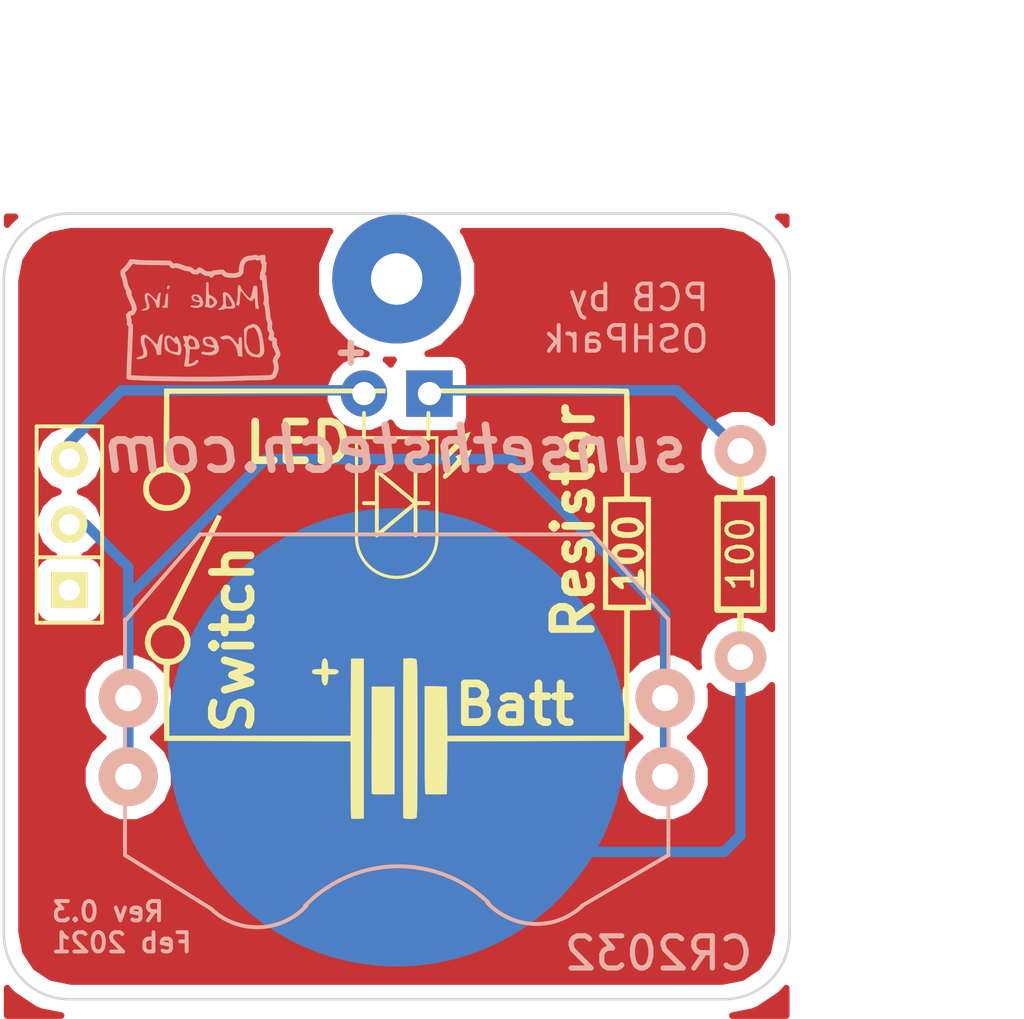
<source format=kicad_pcb>
(kicad_pcb (version 20171130) (host pcbnew "(5.1.10)-1")

  (general
    (thickness 1.6)
    (drawings 22)
    (tracks 22)
    (zones 0)
    (modules 8)
    (nets 6)
  )

  (page USLetter)
  (layers
    (0 F.Cu signal)
    (31 B.Cu signal)
    (34 B.Paste user)
    (35 F.Paste user)
    (36 B.SilkS user)
    (37 F.SilkS user)
    (38 B.Mask user)
    (39 F.Mask user)
    (40 Dwgs.User user)
    (44 Edge.Cuts user)
    (47 F.CrtYd user)
  )

  (setup
    (last_trace_width 0.1524)
    (user_trace_width 0.254)
    (user_trace_width 0.3048)
    (user_trace_width 0.4064)
    (user_trace_width 0.6096)
    (user_trace_width 2.032)
    (trace_clearance 0.1524)
    (zone_clearance 0.508)
    (zone_45_only no)
    (trace_min 0.1524)
    (via_size 0.6858)
    (via_drill 0.3302)
    (via_min_size 0.6858)
    (via_min_drill 0.3302)
    (user_via 1 0.5)
    (uvia_size 0.762)
    (uvia_drill 0.508)
    (uvias_allowed no)
    (uvia_min_size 0.508)
    (uvia_min_drill 0.127)
    (edge_width 0.1)
    (segment_width 0.254)
    (pcb_text_width 0.3)
    (pcb_text_size 1.5 1.5)
    (mod_edge_width 0.15)
    (mod_text_size 1 1)
    (mod_text_width 0.15)
    (pad_size 5 5)
    (pad_drill 2)
    (pad_to_mask_clearance 0)
    (aux_axis_origin 0 0)
    (grid_origin 210.82 95.25)
    (visible_elements 7FFCFFFF)
    (pcbplotparams
      (layerselection 0x010f0_80000001)
      (usegerberextensions true)
      (usegerberattributes true)
      (usegerberadvancedattributes true)
      (creategerberjobfile true)
      (excludeedgelayer true)
      (linewidth 0.100000)
      (plotframeref false)
      (viasonmask false)
      (mode 1)
      (useauxorigin false)
      (hpglpennumber 1)
      (hpglpenspeed 20)
      (hpglpendiameter 15.000000)
      (psnegative false)
      (psa4output false)
      (plotreference true)
      (plotvalue true)
      (plotinvisibletext false)
      (padsonsilk false)
      (subtractmaskfromsilk false)
      (outputformat 1)
      (mirror false)
      (drillshape 0)
      (scaleselection 1)
      (outputdirectory "gerbers/"))
  )

  (net 0 "")
  (net 1 "Net-(BT1-Pad1)")
  (net 2 "Net-(D1-Pad1)")
  (net 3 "Net-(D1-Pad2)")
  (net 4 "Net-(BT1-Pad2)")
  (net 5 "Net-(SW1-Pad1)")

  (net_class Default "This is the default net class."
    (clearance 0.1524)
    (trace_width 0.1524)
    (via_dia 0.6858)
    (via_drill 0.3302)
    (uvia_dia 0.762)
    (uvia_drill 0.508)
    (add_net "Net-(BT1-Pad1)")
    (add_net "Net-(BT1-Pad2)")
    (add_net "Net-(D1-Pad1)")
    (add_net "Net-(D1-Pad2)")
    (add_net "Net-(SW1-Pad1)")
  )

  (module LEDs:LED_D3.0mm_Horizontal_O1.27mm_Z2.0mm (layer F.Cu) (tedit 5E45F7C7) (tstamp 5A813C26)
    (at 173.99 79.375)
    (descr "LED, diameter 3.0mm z-position of LED center 2.0mm, 2 pins")
    (tags "LED diameter 3.0mm z-position of LED center 2.0mm 2 pins")
    (path /593766DF)
    (fp_text reference D1 (at 1.27 -1.96) (layer F.SilkS) hide
      (effects (font (size 1 1) (thickness 0.15)))
    )
    (fp_text value LED (at 1.27 7.63) (layer F.Fab)
      (effects (font (size 1 1) (thickness 0.15)))
    )
    (fp_line (start 3.75 -1.25) (end -1.25 -1.25) (layer F.CrtYd) (width 0.05))
    (fp_line (start 3.75 6.9) (end 3.75 -1.25) (layer F.CrtYd) (width 0.05))
    (fp_line (start -1.25 7.4) (end 3.75 7.4) (layer F.CrtYd) (width 0.05))
    (fp_line (start -1.25 -1.25) (end -1.25 6.9) (layer F.CrtYd) (width 0.05))
    (fp_line (start 2.54 1.71) (end 2.54 1.71) (layer F.SilkS) (width 0.12))
    (fp_line (start 0 1.71) (end 0 1.71) (layer F.SilkS) (width 0.12))
    (fp_line (start 2.83 2.83) (end 2.83 1.71) (layer F.SilkS) (width 0.12))
    (fp_line (start -0.29 1.71) (end 2.83 1.71) (layer F.SilkS) (width 0.12))
    (fp_line (start 2.83 1.71) (end 2.83 5.57) (layer F.SilkS) (width 0.12))
    (fp_line (start -0.29 1.71) (end -0.29 5.57) (layer F.SilkS) (width 0.12))
    (fp_line (start 2.54 0) (end 2.54 0) (layer F.Fab) (width 0.1))
    (fp_line (start 2.54 1.77) (end 2.54 1.77) (layer F.Fab) (width 0.1))
    (fp_line (start 0 0) (end 0 0) (layer F.Fab) (width 0.1))
    (fp_line (start 0 1.77) (end 0 1.77) (layer F.Fab) (width 0.1))
    (fp_line (start 2.77 2.77) (end 2.77 1.77) (layer F.Fab) (width 0.1))
    (fp_line (start -0.23 1.77) (end 2.77 1.77) (layer F.Fab) (width 0.1))
    (fp_line (start 2.77 1.77) (end 2.77 5.57) (layer F.Fab) (width 0.1))
    (fp_line (start -0.23 1.77) (end -0.23 5.57) (layer F.Fab) (width 0.1))
    (fp_line (start 0 1.75) (end 0 0.75) (layer F.SilkS) (width 0.15))
    (fp_line (start 2.5 1.75) (end 2.5 0.75) (layer F.SilkS) (width 0.15))
    (fp_line (start 2 4.25) (end 2.5 4.25) (layer F.SilkS) (width 0.15))
    (fp_line (start 0.5 3) (end 0.5 5.5) (layer F.SilkS) (width 0.15))
    (fp_line (start 2 4.25) (end 0.5 3) (layer F.SilkS) (width 0.15))
    (fp_line (start 0.5 5.5) (end 2 4.25) (layer F.SilkS) (width 0.15))
    (fp_line (start 2 3) (end 2 5.5) (layer F.SilkS) (width 0.15))
    (fp_line (start 0.5 4.25) (end 0 4.25) (layer F.SilkS) (width 0.15))
    (fp_arc (start 1.27 5.57) (end -0.23 5.57) (angle -180) (layer F.Fab) (width 0.1))
    (fp_arc (start 1.27 5.57) (end -0.29 5.57) (angle -180) (layer F.SilkS) (width 0.12))
    (pad 2 thru_hole circle (at 0 0) (size 1.8 1.8) (drill 0.9) (layers *.Cu *.Mask)
      (net 3 "Net-(D1-Pad2)"))
    (pad 1 thru_hole rect (at 2.54 0) (size 1.8 1.8) (drill 0.9) (layers *.Cu *.Mask)
      (net 2 "Net-(D1-Pad1)"))
    (model ${KISYS3DMOD}/LEDs.3dshapes/LED_D3.0mm_Horizontal_O1.27mm_Z2.0mm.wrl
      (at (xyz 0 0 0))
      (scale (xyz 0.393701 0.393701 0.393701))
      (rotate (xyz 0 0 0))
    )
  )

  (module footprints:Resistor_Horz (layer F.Cu) (tedit 5AA1ED04) (tstamp 5A813C37)
    (at 188.595 85.598 270)
    (descr "Resistor, Axial,  RM 10mm, 1/3W,")
    (tags "Resistor, Axial, RM 10mm, 1/3W,")
    (path /59376ABD)
    (fp_text reference R1 (at 0 2.54) (layer F.SilkS) hide
      (effects (font (size 1 1) (thickness 0.15)))
    )
    (fp_text value 100 (at 0 0 270) (layer F.SilkS)
      (effects (font (size 1 1) (thickness 0.15)))
    )
    (fp_line (start -2.159 0.889) (end -2.159 -0.889) (layer F.SilkS) (width 0.254))
    (fp_line (start 2.159 0) (end 2.921 0) (layer F.SilkS) (width 0.254))
    (fp_line (start -2.159 0) (end -2.921 0) (layer F.SilkS) (width 0.254))
    (fp_line (start -2.159 0.889) (end 2.159 0.889) (layer F.SilkS) (width 0.254))
    (fp_line (start 2.159 -0.889) (end -2.159 -0.889) (layer F.SilkS) (width 0.254))
    (fp_line (start 2.159 0.889) (end 2.159 -0.889) (layer F.SilkS) (width 0.254))
    (pad 1 thru_hole circle (at -4 0 270) (size 1.99898 1.99898) (drill 1.00076) (layers *.Cu *.SilkS *.Mask)
      (net 2 "Net-(D1-Pad1)"))
    (pad 2 thru_hole circle (at 4 0 270) (size 1.99898 1.99898) (drill 1.00076) (layers *.Cu *.SilkS *.Mask)
      (net 4 "Net-(BT1-Pad2)"))
  )

  (module Pin_Headers:Pin_Header_Straight_1x01_Pitch2.54mm (layer F.Cu) (tedit 5E45F399) (tstamp 5A812002)
    (at 175.26 74.93)
    (descr "Through hole straight pin header, 1x01, 2.54mm pitch, single row")
    (tags "Through hole pin header THT 1x01 2.54mm single row")
    (fp_text reference REF** (at 0 -2.33) (layer F.SilkS) hide
      (effects (font (size 1 1) (thickness 0.15)))
    )
    (fp_text value Pin_Header_Straight_1x01_Pitch2.54mm (at 0 1) (layer F.Fab) hide
      (effects (font (size 0.127 0.127) (thickness 0.03175)))
    )
    (fp_line (start 1.8 -1.8) (end -1.8 -1.8) (layer F.CrtYd) (width 0.05))
    (fp_line (start 1.8 1.8) (end 1.8 -1.8) (layer F.CrtYd) (width 0.05))
    (fp_line (start -1.8 1.8) (end 1.8 1.8) (layer F.CrtYd) (width 0.05))
    (fp_line (start -1.8 -1.8) (end -1.8 1.8) (layer F.CrtYd) (width 0.05))
    (fp_line (start -1.27 -0.635) (end -0.635 -1.27) (layer F.Fab) (width 0.1))
    (fp_line (start -1.27 1.27) (end -1.27 -0.635) (layer F.Fab) (width 0.1))
    (fp_line (start 1.27 1.27) (end -1.27 1.27) (layer F.Fab) (width 0.1))
    (fp_line (start 1.27 -1.27) (end 1.27 1.27) (layer F.Fab) (width 0.1))
    (fp_line (start -0.635 -1.27) (end 1.27 -1.27) (layer F.Fab) (width 0.1))
    (pad 1 thru_hole circle (at 0 0) (size 5 5) (drill 2) (layers *.Cu *.Mask))
  )

  (module myFootPrints:MadeInOregonRev25 (layer F.Cu) (tedit 0) (tstamp 5A8109E1)
    (at 167.64 76.454)
    (fp_text reference VAL (at 0 0) (layer F.SilkS) hide
      (effects (font (size 1.143 1.143) (thickness 0.1778)))
    )
    (fp_text value MadeInOregonRev25 (at 0 0) (layer F.SilkS) hide
      (effects (font (size 1.143 1.143) (thickness 0.1778)))
    )
    (fp_poly (pts (xy -1.29032 -1.15062) (xy -1.28778 -1.143) (xy -1.27762 -1.1303) (xy -1.26238 -1.12776)
      (xy -1.24206 -1.14046) (xy -1.2192 -1.16332) (xy -1.1938 -1.1938) (xy -1.18364 -1.2192)
      (xy -1.18618 -1.23952) (xy -1.20142 -1.25476) (xy -1.22428 -1.26746) (xy -1.23952 -1.27508)
      (xy -1.24968 -1.27762) (xy -1.25222 -1.27762) (xy -1.25984 -1.27) (xy -1.27 -1.25222)
      (xy -1.27762 -1.22936) (xy -1.28524 -1.20142) (xy -1.29032 -1.17348) (xy -1.29032 -1.15062)) (layer B.SilkS) (width 0.00254))
    (fp_poly (pts (xy -0.381 -0.4699) (xy -0.37338 -0.45466) (xy -0.35052 -0.44196) (xy -0.31496 -0.42926)
      (xy -0.28956 -0.42164) (xy -0.25908 -0.41656) (xy -0.22098 -0.41148) (xy -0.1778 -0.40894)
      (xy -0.13716 -0.4064) (xy -0.1016 -0.4064) (xy -0.07874 -0.40894) (xy -0.02794 -0.42164)
      (xy 0.02032 -0.43942) (xy 0.05842 -0.46482) (xy 0.08636 -0.49276) (xy 0.09398 -0.50292)
      (xy 0.1016 -0.52832) (xy 0.10668 -0.56134) (xy 0.10922 -0.60198) (xy 0.10414 -0.64008)
      (xy 0.09652 -0.67564) (xy 0.09144 -0.69088) (xy 0.08128 -0.71374) (xy 0.0762 -0.73406)
      (xy 0.07366 -0.7366) (xy 0.06858 -0.76708) (xy 0.0508 -0.80264) (xy 0.02286 -0.83566)
      (xy -0.01016 -0.86868) (xy -0.04826 -0.89662) (xy -0.0889 -0.91694) (xy -0.09398 -0.91948)
      (xy -0.11176 -0.92202) (xy -0.14224 -0.92456) (xy -0.17526 -0.92456) (xy -0.21336 -0.92202)
      (xy -0.24638 -0.91694) (xy -0.27178 -0.91186) (xy -0.27686 -0.91186) (xy -0.29464 -0.89916)
      (xy -0.31242 -0.88138) (xy -0.3175 -0.87376) (xy -0.3302 -0.85598) (xy -0.33528 -0.84074)
      (xy -0.33528 -0.82042) (xy -0.33528 -0.79502) (xy -0.32512 -0.74676) (xy -0.3048 -0.70866)
      (xy -0.27178 -0.67818) (xy -0.2667 -0.67564) (xy -0.2667 -0.81788) (xy -0.26162 -0.83058)
      (xy -0.24638 -0.84582) (xy -0.21844 -0.8636) (xy -0.18288 -0.86614) (xy -0.14732 -0.85852)
      (xy -0.1143 -0.84074) (xy -0.09144 -0.81788) (xy -0.07366 -0.79502) (xy -0.05588 -0.76708)
      (xy -0.04318 -0.73914) (xy -0.03556 -0.71628) (xy -0.03302 -0.70104) (xy -0.03302 -0.6985)
      (xy -0.04318 -0.69088) (xy -0.06858 -0.68834) (xy -0.10414 -0.69088) (xy -0.14478 -0.6985)
      (xy -0.17526 -0.70612) (xy -0.19558 -0.71628) (xy -0.2159 -0.72898) (xy -0.2286 -0.74422)
      (xy -0.24638 -0.76454) (xy -0.26162 -0.7874) (xy -0.26416 -0.8001) (xy -0.2667 -0.81788)
      (xy -0.2667 -0.67564) (xy -0.26162 -0.6731) (xy -0.2413 -0.66548) (xy -0.21082 -0.65532)
      (xy -0.17526 -0.6477) (xy -0.13462 -0.64008) (xy -0.13462 -0.63754) (xy -0.09652 -0.63246)
      (xy -0.0635 -0.62484) (xy -0.0381 -0.61722) (xy -0.0254 -0.61214) (xy -0.02286 -0.61214)
      (xy -0.01016 -0.5969) (xy -0.00762 -0.57658) (xy -0.01778 -0.55372) (xy -0.04064 -0.53086)
      (xy -0.07112 -0.508) (xy -0.07874 -0.50546) (xy -0.09652 -0.49784) (xy -0.11684 -0.49276)
      (xy -0.14224 -0.49022) (xy -0.1778 -0.49022) (xy -0.18034 -0.49022) (xy -0.21844 -0.49022)
      (xy -0.26162 -0.49276) (xy -0.29718 -0.4953) (xy -0.3048 -0.49784) (xy -0.34036 -0.49784)
      (xy -0.36322 -0.4953) (xy -0.37592 -0.48768) (xy -0.381 -0.47244) (xy -0.381 -0.4699)) (layer B.SilkS) (width 0.00254))
    (fp_poly (pts (xy 0.15748 -0.47244) (xy 0.19812 -0.45212) (xy 0.2286 -0.43942) (xy 0.2667 -0.42926)
      (xy 0.30988 -0.4191) (xy 0.35052 -0.41148) (xy 0.35052 -0.71374) (xy 0.35306 -0.74422)
      (xy 0.35306 -0.7493) (xy 0.36322 -0.77216) (xy 0.37846 -0.78232) (xy 0.40132 -0.78232)
      (xy 0.42418 -0.77216) (xy 0.45212 -0.7493) (xy 0.48006 -0.72136) (xy 0.508 -0.68326)
      (xy 0.51816 -0.66294) (xy 0.5334 -0.635) (xy 0.53594 -0.61214) (xy 0.53086 -0.59436)
      (xy 0.5207 -0.58166) (xy 0.50546 -0.56642) (xy 0.48514 -0.54864) (xy 0.45974 -0.52832)
      (xy 0.43688 -0.51054) (xy 0.41402 -0.49784) (xy 0.39878 -0.48768) (xy 0.3937 -0.48768)
      (xy 0.38608 -0.4953) (xy 0.37592 -0.51308) (xy 0.37084 -0.52832) (xy 0.36322 -0.55372)
      (xy 0.35814 -0.58928) (xy 0.35306 -0.63246) (xy 0.35052 -0.67564) (xy 0.35052 -0.71374)
      (xy 0.35052 -0.41148) (xy 0.35306 -0.41148) (xy 0.3937 -0.4064) (xy 0.42926 -0.40386)
      (xy 0.45466 -0.4064) (xy 0.46228 -0.40894) (xy 0.47498 -0.41656) (xy 0.4953 -0.42926)
      (xy 0.5207 -0.4445) (xy 0.53086 -0.45212) (xy 0.57658 -0.48768) (xy 0.61214 -0.52832)
      (xy 0.64008 -0.57404) (xy 0.64516 -0.58166) (xy 0.65278 -0.60452) (xy 0.65532 -0.6223)
      (xy 0.65278 -0.64516) (xy 0.65024 -0.65024) (xy 0.62992 -0.6985) (xy 0.59944 -0.74676)
      (xy 0.5588 -0.78994) (xy 0.51562 -0.82804) (xy 0.47498 -0.85344) (xy 0.42672 -0.8763)
      (xy 0.41402 -0.88138) (xy 0.38608 -0.89154) (xy 0.36322 -0.90424) (xy 0.35052 -0.9144)
      (xy 0.3429 -0.92964) (xy 0.33528 -0.9525) (xy 0.3302 -0.98806) (xy 0.32512 -1.03378)
      (xy 0.32258 -1.08966) (xy 0.32258 -1.16078) (xy 0.32004 -1.20904) (xy 0.32004 -1.2573)
      (xy 0.32004 -1.30048) (xy 0.32004 -1.33604) (xy 0.3175 -1.36398) (xy 0.3175 -1.37922)
      (xy 0.31242 -1.38938) (xy 0.30226 -1.39446) (xy 0.28448 -1.397) (xy 0.27178 -1.397)
      (xy 0.24892 -1.397) (xy 0.23368 -1.397) (xy 0.23114 -1.39446) (xy 0.23114 -1.38684)
      (xy 0.23114 -1.36652) (xy 0.2286 -1.3335) (xy 0.2286 -1.28778) (xy 0.2286 -1.23444)
      (xy 0.22606 -1.17348) (xy 0.22606 -1.1049) (xy 0.22606 -1.0287) (xy 0.22352 -0.9779)
      (xy 0.22352 -0.88392) (xy 0.22098 -0.79756) (xy 0.21844 -0.7239) (xy 0.2159 -0.6604)
      (xy 0.2159 -0.6096) (xy 0.21336 -0.5715) (xy 0.21082 -0.5461) (xy 0.20828 -0.53594)
      (xy 0.19812 -0.51308) (xy 0.18034 -0.49276) (xy 0.1778 -0.49022) (xy 0.15748 -0.47244)) (layer B.SilkS) (width 0.00254))
    (fp_poly (pts (xy -1.4859 -0.44704) (xy -1.47574 -0.43688) (xy -1.45542 -0.42418) (xy -1.43002 -0.41402)
      (xy -1.40462 -0.40386) (xy -1.38176 -0.40132) (xy -1.35382 -0.40132) (xy -1.3208 -0.40386)
      (xy -1.31318 -0.40386) (xy -1.29032 -0.41148) (xy -1.27508 -0.42164) (xy -1.27 -0.42418)
      (xy -1.27 -0.43434) (xy -1.26746 -0.45974) (xy -1.26492 -0.49276) (xy -1.26238 -0.53594)
      (xy -1.25984 -0.5842) (xy -1.2573 -0.63754) (xy -1.25476 -0.69342) (xy -1.25476 -0.75184)
      (xy -1.25222 -0.80518) (xy -1.25222 -0.85598) (xy -1.25222 -0.88138) (xy -1.25222 -0.9144)
      (xy -1.25222 -0.93472) (xy -1.25476 -0.94742) (xy -1.25984 -0.9525) (xy -1.26746 -0.95504)
      (xy -1.27 -0.95504) (xy -1.29794 -0.95504) (xy -1.3208 -0.94234) (xy -1.33096 -0.9271)
      (xy -1.3335 -0.9144) (xy -1.33858 -0.889) (xy -1.34112 -0.85344) (xy -1.3462 -0.81026)
      (xy -1.35128 -0.76454) (xy -1.35382 -0.75438) (xy -1.3589 -0.68834) (xy -1.36398 -0.63246)
      (xy -1.3716 -0.58928) (xy -1.37668 -0.55626) (xy -1.38176 -0.5334) (xy -1.39192 -0.51308)
      (xy -1.40208 -0.50038) (xy -1.41478 -0.49022) (xy -1.43002 -0.4826) (xy -1.4478 -0.47244)
      (xy -1.47066 -0.46228) (xy -1.48336 -0.45212) (xy -1.4859 -0.44704)) (layer B.SilkS) (width 0.00254))
    (fp_poly (pts (xy 1.39954 -0.5207) (xy 1.40208 -0.508) (xy 1.40208 -0.50546) (xy 1.41224 -0.50292)
      (xy 1.4351 -0.50038) (xy 1.4605 -0.4953) (xy 1.46304 -0.4953) (xy 1.51384 -0.49022)
      (xy 1.51892 -0.53848) (xy 1.52146 -0.5588) (xy 1.524 -0.59182) (xy 1.52654 -0.635)
      (xy 1.53162 -0.68326) (xy 1.53416 -0.73914) (xy 1.53924 -0.79502) (xy 1.54432 -0.86614)
      (xy 1.5494 -0.92456) (xy 1.55448 -0.97028) (xy 1.55956 -1.00584) (xy 1.5621 -1.03124)
      (xy 1.56718 -1.04648) (xy 1.57226 -1.0541) (xy 1.57734 -1.05664) (xy 1.57988 -1.05664)
      (xy 1.5875 -1.04902) (xy 1.6002 -1.03378) (xy 1.62052 -1.00838) (xy 1.64592 -0.97536)
      (xy 1.67386 -0.9398) (xy 1.67894 -0.93472) (xy 1.7272 -0.87122) (xy 1.77038 -0.81788)
      (xy 1.80594 -0.77724) (xy 1.83896 -0.74422) (xy 1.86436 -0.72136) (xy 1.88976 -0.70612)
      (xy 1.905 -0.6985) (xy 1.92786 -0.68834) (xy 1.94564 -0.68072) (xy 1.95072 -0.67564)
      (xy 1.96596 -0.66802) (xy 1.98628 -0.66548) (xy 2.0066 -0.6731) (xy 2.01422 -0.67818)
      (xy 2.02438 -0.69088) (xy 2.03708 -0.7112) (xy 2.05486 -0.7366) (xy 2.07518 -0.76708)
      (xy 2.09042 -0.78232) (xy 2.09804 -0.78486) (xy 2.10312 -0.78486) (xy 2.1082 -0.77978)
      (xy 2.11074 -0.77216) (xy 2.11328 -0.75946) (xy 2.11582 -0.73914) (xy 2.1209 -0.70866)
      (xy 2.12344 -0.66802) (xy 2.12598 -0.61722) (xy 2.12852 -0.56388) (xy 2.1336 -0.49784)
      (xy 2.13868 -0.44704) (xy 2.14376 -0.40894) (xy 2.14884 -0.38608) (xy 2.15392 -0.37592)
      (xy 2.16662 -0.37084) (xy 2.18948 -0.36576) (xy 2.21488 -0.36576) (xy 2.23774 -0.36576)
      (xy 2.25806 -0.37084) (xy 2.27076 -0.381) (xy 2.27584 -0.39624) (xy 2.2733 -0.42164)
      (xy 2.26568 -0.44958) (xy 2.25806 -0.47752) (xy 2.25044 -0.50546) (xy 2.24536 -0.53594)
      (xy 2.24028 -0.56896) (xy 2.23774 -0.6096) (xy 2.23266 -0.65532) (xy 2.23012 -0.70866)
      (xy 2.22758 -0.7747) (xy 2.2225 -0.8509) (xy 2.21996 -0.9398) (xy 2.21996 -0.98298)
      (xy 2.21488 -1.0541) (xy 2.21234 -1.10998) (xy 2.2098 -1.1557) (xy 2.20726 -1.18872)
      (xy 2.20218 -1.21666) (xy 2.19964 -1.23444) (xy 2.19202 -1.24714) (xy 2.1844 -1.25476)
      (xy 2.16916 -1.26238) (xy 2.14376 -1.26238) (xy 2.11836 -1.26238) (xy 2.09296 -1.2573)
      (xy 2.09042 -1.25476) (xy 2.07264 -1.24714) (xy 2.05994 -1.2319) (xy 2.04978 -1.20904)
      (xy 2.04216 -1.17348) (xy 2.03454 -1.13792) (xy 2.0193 -1.04394) (xy 2.00152 -0.96266)
      (xy 1.98628 -0.89662) (xy 1.9685 -0.84582) (xy 1.95072 -0.81026) (xy 1.9431 -0.79756)
      (xy 1.93294 -0.7874) (xy 1.92024 -0.7874) (xy 1.905 -0.79248) (xy 1.88722 -0.80264)
      (xy 1.85928 -0.8255) (xy 1.8288 -0.85852) (xy 1.79324 -0.89408) (xy 1.75514 -0.93726)
      (xy 1.71704 -0.98044) (xy 1.68148 -1.02616) (xy 1.64846 -1.07188) (xy 1.61798 -1.11252)
      (xy 1.59512 -1.14808) (xy 1.57734 -1.17602) (xy 1.57226 -1.1938) (xy 1.55956 -1.23698)
      (xy 1.54432 -1.27) (xy 1.524 -1.28778) (xy 1.50368 -1.29032) (xy 1.49606 -1.29032)
      (xy 1.48336 -1.28016) (xy 1.4732 -1.26492) (xy 1.46558 -1.23952) (xy 1.45796 -1.20396)
      (xy 1.45288 -1.15824) (xy 1.45034 -1.09982) (xy 1.45034 -1.0287) (xy 1.45034 -0.98552)
      (xy 1.4478 -0.89916) (xy 1.44526 -0.82804) (xy 1.44018 -0.76708) (xy 1.4351 -0.71374)
      (xy 1.42748 -0.67056) (xy 1.41986 -0.64262) (xy 1.4097 -0.6096) (xy 1.40208 -0.57404)
      (xy 1.39954 -0.54356) (xy 1.39954 -0.5207)) (layer B.SilkS) (width 0.00254))
    (fp_poly (pts (xy 0.6985 -0.33528) (xy 0.6985 -0.32766) (xy 0.70866 -0.32258) (xy 0.73152 -0.32258)
      (xy 0.762 -0.32258) (xy 0.8001 -0.32512) (xy 0.84074 -0.33274) (xy 0.8509 -0.33274)
      (xy 0.89408 -0.3429) (xy 0.93726 -0.35814) (xy 0.96266 -0.3683) (xy 0.98806 -0.37846)
      (xy 0.9906 -0.381) (xy 0.9906 -0.77724) (xy 0.9906 -0.81534) (xy 0.9906 -0.84328)
      (xy 0.99314 -0.86106) (xy 0.99568 -0.87376) (xy 0.99822 -0.88138) (xy 1.0033 -0.88646)
      (xy 1.01092 -0.89408) (xy 1.01854 -0.89408) (xy 1.0287 -0.88392) (xy 1.04394 -0.86868)
      (xy 1.06426 -0.84328) (xy 1.08458 -0.8128) (xy 1.10236 -0.78486) (xy 1.1176 -0.75692)
      (xy 1.13792 -0.71882) (xy 1.15824 -0.68326) (xy 1.1684 -0.66548) (xy 1.1938 -0.6223)
      (xy 1.20904 -0.58928) (xy 1.2192 -0.56134) (xy 1.22428 -0.53594) (xy 1.22428 -0.51054)
      (xy 1.22428 -0.508) (xy 1.22174 -0.48768) (xy 1.21412 -0.47498) (xy 1.19888 -0.46482)
      (xy 1.17602 -0.45974) (xy 1.143 -0.4572) (xy 1.1049 -0.45466) (xy 1.0668 -0.4572)
      (xy 1.03886 -0.4572) (xy 1.02362 -0.46228) (xy 1.016 -0.46736) (xy 1.00838 -0.48514)
      (xy 1.0033 -0.51562) (xy 0.99822 -0.56388) (xy 0.99314 -0.62484) (xy 0.9906 -0.70104)
      (xy 0.9906 -0.72644) (xy 0.9906 -0.77724) (xy 0.9906 -0.381) (xy 1.00584 -0.38608)
      (xy 1.01854 -0.38608) (xy 1.0287 -0.38354) (xy 1.05664 -0.37338) (xy 1.08712 -0.37084)
      (xy 1.12776 -0.3683) (xy 1.17602 -0.37084) (xy 1.19888 -0.37338) (xy 1.25222 -0.37846)
      (xy 1.29032 -0.38354) (xy 1.31572 -0.39116) (xy 1.33604 -0.40386) (xy 1.3462 -0.4191)
      (xy 1.35128 -0.43942) (xy 1.35128 -0.4699) (xy 1.35128 -0.48006) (xy 1.35128 -0.51562)
      (xy 1.3462 -0.54864) (xy 1.33604 -0.58166) (xy 1.3208 -0.61722) (xy 1.30048 -0.6604)
      (xy 1.27254 -0.70866) (xy 1.24968 -0.74422) (xy 1.22936 -0.77724) (xy 1.20904 -0.81026)
      (xy 1.19126 -0.84074) (xy 1.18618 -0.84582) (xy 1.16078 -0.88646) (xy 1.12268 -0.92456)
      (xy 1.08204 -0.96012) (xy 1.04394 -0.98806) (xy 1.03124 -0.99568) (xy 0.98806 -1.01092)
      (xy 0.9525 -1.016) (xy 0.91948 -1.00838) (xy 0.89662 -0.98806) (xy 0.88138 -0.96012)
      (xy 0.87884 -0.94742) (xy 0.8763 -0.92964) (xy 0.8763 -0.9017) (xy 0.87884 -0.8636)
      (xy 0.88138 -0.81788) (xy 0.88392 -0.76708) (xy 0.88392 -0.75184) (xy 0.88646 -0.68834)
      (xy 0.889 -0.63754) (xy 0.889 -0.59944) (xy 0.889 -0.56896) (xy 0.88392 -0.5461)
      (xy 0.87884 -0.53086) (xy 0.87122 -0.5207) (xy 0.8636 -0.51054) (xy 0.84836 -0.49276)
      (xy 0.83566 -0.4699) (xy 0.8255 -0.44704) (xy 0.80518 -0.42418) (xy 0.77978 -0.40386)
      (xy 0.75438 -0.39116) (xy 0.74422 -0.38862) (xy 0.73152 -0.381) (xy 0.71628 -0.36576)
      (xy 0.70612 -0.34798) (xy 0.6985 -0.33528)) (layer B.SilkS) (width 0.00254))
    (fp_poly (pts (xy -2.27076 -0.31496) (xy -2.26568 -0.30734) (xy -2.2606 -0.30226) (xy -2.24028 -0.29972)
      (xy -2.21234 -0.29972) (xy -2.17678 -0.30226) (xy -2.14122 -0.3048) (xy -2.1209 -0.30988)
      (xy -2.08026 -0.32258) (xy -2.04216 -0.34036) (xy -2.00914 -0.35814) (xy -1.99136 -0.37338)
      (xy -1.98374 -0.38354) (xy -1.97866 -0.39624) (xy -1.97612 -0.41656) (xy -1.97612 -0.44704)
      (xy -1.97612 -0.4572) (xy -1.97866 -0.49784) (xy -1.9812 -0.52832) (xy -1.98882 -0.5588)
      (xy -1.99898 -0.58166) (xy -2.0193 -0.6477) (xy -2.03708 -0.70866) (xy -2.04724 -0.762)
      (xy -2.05486 -0.81026) (xy -2.05232 -0.8509) (xy -2.04724 -0.87884) (xy -2.03454 -0.89662)
      (xy -2.02946 -0.89916) (xy -2.01422 -0.89916) (xy -1.9939 -0.89154) (xy -1.9685 -0.87376)
      (xy -1.93548 -0.84582) (xy -1.90754 -0.82042) (xy -1.83896 -0.7493) (xy -1.78816 -0.67564)
      (xy -1.74752 -0.60452) (xy -1.72212 -0.52832) (xy -1.7145 -0.48768) (xy -1.70688 -0.45212)
      (xy -1.7018 -0.42926) (xy -1.69164 -0.41656) (xy -1.6764 -0.41148) (xy -1.651 -0.41402)
      (xy -1.6256 -0.4191) (xy -1.58496 -0.42672) (xy -1.58242 -0.508) (xy -1.57734 -0.65024)
      (xy -1.55956 -0.80264) (xy -1.5494 -0.86868) (xy -1.54432 -0.90678) (xy -1.53924 -0.94234)
      (xy -1.53416 -0.96774) (xy -1.53162 -0.98298) (xy -1.53162 -0.98552) (xy -1.5367 -0.99314)
      (xy -1.55194 -0.99314) (xy -1.5748 -0.9906) (xy -1.59258 -0.98298) (xy -1.60528 -0.97282)
      (xy -1.61544 -0.96266) (xy -1.6256 -0.94488) (xy -1.63576 -0.91948) (xy -1.64592 -0.88392)
      (xy -1.65862 -0.83566) (xy -1.66116 -0.82042) (xy -1.67132 -0.78232) (xy -1.67894 -0.7493)
      (xy -1.68656 -0.7239) (xy -1.69418 -0.7112) (xy -1.69418 -0.70866) (xy -1.7018 -0.7112)
      (xy -1.71958 -0.7239) (xy -1.75006 -0.7493) (xy -1.78816 -0.78232) (xy -1.8161 -0.81026)
      (xy -1.87198 -0.8636) (xy -1.9177 -0.90424) (xy -1.95326 -0.93726) (xy -1.98374 -0.96012)
      (xy -2.00914 -0.97536) (xy -2.02692 -0.98298) (xy -2.04216 -0.98552) (xy -2.07518 -0.98044)
      (xy -2.1082 -0.96266) (xy -2.1336 -0.9398) (xy -2.14122 -0.92964) (xy -2.1463 -0.91948)
      (xy -2.15138 -0.90678) (xy -2.15138 -0.889) (xy -2.15138 -0.8636) (xy -2.15138 -0.8255)
      (xy -2.14884 -0.81788) (xy -2.14884 -0.77724) (xy -2.1463 -0.74676) (xy -2.14122 -0.72136)
      (xy -2.13614 -0.6985) (xy -2.12598 -0.6731) (xy -2.1209 -0.65278) (xy -2.09804 -0.59436)
      (xy -2.08534 -0.53848) (xy -2.07772 -0.49022) (xy -2.07772 -0.44958) (xy -2.08534 -0.42418)
      (xy -2.10058 -0.40386) (xy -2.13106 -0.38354) (xy -2.17678 -0.3683) (xy -2.21488 -0.3556)
      (xy -2.24536 -0.34036) (xy -2.26314 -0.32766) (xy -2.27076 -0.31496)) (layer B.SilkS) (width 0.00254))
    (fp_poly (pts (xy -1.38938 0.9398) (xy -1.38684 0.9906) (xy -1.38684 1.03886) (xy -1.3843 1.08458)
      (xy -1.38176 1.12522) (xy -1.37668 1.1557) (xy -1.37414 1.1684) (xy -1.36144 1.19634)
      (xy -1.33096 1.2319) (xy -1.31826 1.2446) (xy -1.29794 1.26238) (xy -1.29794 0.9017)
      (xy -1.29794 0.85598) (xy -1.2954 0.82042) (xy -1.29286 0.81788) (xy -1.28016 0.78994)
      (xy -1.26238 0.76708) (xy -1.23952 0.75184) (xy -1.22174 0.74676) (xy -1.2065 0.75184)
      (xy -1.18618 0.762) (xy -1.16078 0.77978) (xy -1.13792 0.8001) (xy -1.10998 0.82296)
      (xy -1.08204 0.8509) (xy -1.05156 0.87884) (xy -1.02616 0.90678) (xy -1.00584 0.92964)
      (xy -0.9906 0.94996) (xy -0.98552 0.96012) (xy -0.98298 0.97028) (xy -0.96774 0.9779)
      (xy -0.94234 0.98044) (xy -0.92456 0.98044) (xy -0.88646 0.98298) (xy -0.8763 1.016)
      (xy -0.87122 1.03632) (xy -0.86614 1.06934) (xy -0.86106 1.1049) (xy -0.85852 1.12268)
      (xy -0.85598 1.17348) (xy -0.85598 1.2192) (xy -0.86106 1.25476) (xy -0.86868 1.2827)
      (xy -0.87884 1.29286) (xy -0.9017 1.30556) (xy -0.93218 1.31064) (xy -0.97536 1.3081)
      (xy -1.02616 1.29794) (xy -1.06934 1.28778) (xy -1.12522 1.26746) (xy -1.1684 1.24714)
      (xy -1.20396 1.2192) (xy -1.22936 1.18618) (xy -1.25222 1.14554) (xy -1.26492 1.10744)
      (xy -1.27762 1.05918) (xy -1.28778 1.00584) (xy -1.2954 0.9525) (xy -1.29794 0.9017)
      (xy -1.29794 1.26238) (xy -1.27508 1.2827) (xy -1.22174 1.31572) (xy -1.15824 1.3462)
      (xy -1.08458 1.3716) (xy -0.99822 1.397) (xy -0.9271 1.41224) (xy -0.889 1.41986)
      (xy -0.85598 1.42748) (xy -0.83058 1.43256) (xy -0.81534 1.4351) (xy -0.8128 1.4351)
      (xy -0.80264 1.42748) (xy -0.78994 1.41478) (xy -0.77724 1.39954) (xy -0.75692 1.36906)
      (xy -0.74422 1.3335) (xy -0.7366 1.29286) (xy -0.73152 1.24206) (xy -0.73152 1.22174)
      (xy -0.7366 1.14046) (xy -0.74676 1.06426) (xy -0.76454 0.9906) (xy -0.79248 0.9144)
      (xy -0.8255 0.84074) (xy -0.84074 0.80772) (xy -0.85598 0.77724) (xy -0.86614 0.75438)
      (xy -0.87122 0.74168) (xy -0.88138 0.7239) (xy -0.90424 0.7112) (xy -0.92964 0.70612)
      (xy -0.9525 0.7112) (xy -0.97282 0.72136) (xy -0.98044 0.7366) (xy -0.98552 0.75692)
      (xy -0.98552 0.75946) (xy -0.9906 0.77978) (xy -1.0033 0.78994) (xy -1.01854 0.78486)
      (xy -1.04394 0.76962) (xy -1.04648 0.76708) (xy -1.1049 0.7239) (xy -1.1557 0.69342)
      (xy -1.20142 0.6731) (xy -1.24206 0.66548) (xy -1.27762 0.66802) (xy -1.31318 0.68326)
      (xy -1.32334 0.68834) (xy -1.3462 0.70866) (xy -1.36144 0.7366) (xy -1.37414 0.77216)
      (xy -1.38176 0.82042) (xy -1.38684 0.85344) (xy -1.38684 0.89408) (xy -1.38938 0.9398)) (layer B.SilkS) (width 0.00254))
    (fp_poly (pts (xy 0.0381 1.34112) (xy 0.0381 1.35636) (xy 0.04572 1.36652) (xy 0.0635 1.37922)
      (xy 0.06604 1.38176) (xy 0.1016 1.39446) (xy 0.14732 1.40716) (xy 0.20066 1.41732)
      (xy 0.25908 1.42494) (xy 0.32004 1.43002) (xy 0.381 1.43256) (xy 0.43688 1.43002)
      (xy 0.4826 1.42494) (xy 0.49784 1.4224) (xy 0.55626 1.40462) (xy 0.6096 1.37922)
      (xy 0.65532 1.34874) (xy 0.68834 1.31572) (xy 0.70358 1.29032) (xy 0.7112 1.26746)
      (xy 0.71374 1.23444) (xy 0.71628 1.20142) (xy 0.71882 1.16332) (xy 0.71628 1.12522)
      (xy 0.71374 1.0922) (xy 0.70866 1.0668) (xy 0.70104 1.04902) (xy 0.69342 1.04648)
      (xy 0.68834 1.03886) (xy 0.68072 1.02362) (xy 0.67564 1.00076) (xy 0.6731 0.98044)
      (xy 0.6731 0.97028) (xy 0.66802 0.94996) (xy 0.65786 0.91948) (xy 0.64008 0.889)
      (xy 0.6223 0.85598) (xy 0.60198 0.83058) (xy 0.59944 0.83058) (xy 0.57658 0.80772)
      (xy 0.5461 0.78232) (xy 0.508 0.75692) (xy 0.47244 0.73406) (xy 0.43942 0.71882)
      (xy 0.42672 0.71374) (xy 0.4064 0.7112) (xy 0.37846 0.7112) (xy 0.3429 0.7112)
      (xy 0.32004 0.71374) (xy 0.2667 0.71628) (xy 0.22606 0.72136) (xy 0.19558 0.72644)
      (xy 0.17272 0.7366) (xy 0.15494 0.74676) (xy 0.14732 0.75438) (xy 0.11938 0.78486)
      (xy 0.10414 0.82042) (xy 0.09906 0.8636) (xy 0.09906 0.88392) (xy 0.10668 0.94488)
      (xy 0.127 0.99314) (xy 0.15748 1.03124) (xy 0.19558 1.06172) (xy 0.19558 0.85598)
      (xy 0.20828 0.83312) (xy 0.23114 0.8128) (xy 0.26162 0.8001) (xy 0.29718 0.79248)
      (xy 0.33782 0.79502) (xy 0.35306 0.8001) (xy 0.38608 0.81534) (xy 0.4191 0.84328)
      (xy 0.45212 0.87884) (xy 0.4826 0.92202) (xy 0.50546 0.96774) (xy 0.508 0.9779)
      (xy 0.51562 1.0033) (xy 0.51816 1.02108) (xy 0.51308 1.03378) (xy 0.50038 1.0414)
      (xy 0.47498 1.0414) (xy 0.43942 1.03632) (xy 0.39116 1.02616) (xy 0.3683 1.02362)
      (xy 0.33528 1.01346) (xy 0.3048 1.0033) (xy 0.28194 0.99568) (xy 0.27432 0.9906)
      (xy 0.254 0.97282) (xy 0.23368 0.94742) (xy 0.21336 0.91948) (xy 0.20066 0.89408)
      (xy 0.19812 0.88392) (xy 0.19558 0.85598) (xy 0.19558 1.06172) (xy 0.19812 1.06172)
      (xy 0.2286 1.07442) (xy 0.24892 1.08204) (xy 0.26924 1.08966) (xy 0.28956 1.09474)
      (xy 0.3175 1.09982) (xy 0.35306 1.10744) (xy 0.39878 1.11506) (xy 0.41656 1.1176)
      (xy 0.4699 1.12776) (xy 0.51054 1.13792) (xy 0.53848 1.15316) (xy 0.55372 1.1684)
      (xy 0.55626 1.18872) (xy 0.54864 1.21158) (xy 0.54864 1.21412) (xy 0.52578 1.2446)
      (xy 0.49022 1.27254) (xy 0.4445 1.29794) (xy 0.39624 1.31318) (xy 0.34036 1.3208)
      (xy 0.27686 1.3208) (xy 0.2032 1.31064) (xy 0.18796 1.3081) (xy 0.14986 1.30048)
      (xy 0.12446 1.2954) (xy 0.10668 1.2954) (xy 0.09398 1.2954) (xy 0.08128 1.29794)
      (xy 0.06858 1.30556) (xy 0.0508 1.31572) (xy 0.04064 1.33096) (xy 0.0381 1.34112)) (layer B.SilkS) (width 0.00254))
    (fp_poly (pts (xy 0.77978 0.74168) (xy 0.7874 0.75946) (xy 0.8001 0.7747) (xy 0.83566 0.80264)
      (xy 0.87376 0.81788) (xy 0.91948 0.82042) (xy 0.97028 0.81026) (xy 0.98298 0.80772)
      (xy 1.0287 0.79502) (xy 1.07188 0.79248) (xy 1.10998 0.80264) (xy 1.15062 0.8255)
      (xy 1.1938 0.86106) (xy 1.22428 0.889) (xy 1.28778 0.96266) (xy 1.33858 1.03378)
      (xy 1.37922 1.10998) (xy 1.4097 1.18872) (xy 1.43256 1.27762) (xy 1.44526 1.34366)
      (xy 1.45288 1.39446) (xy 1.4605 1.43002) (xy 1.46812 1.45542) (xy 1.47574 1.46812)
      (xy 1.48336 1.4732) (xy 1.49352 1.47574) (xy 1.51638 1.47828) (xy 1.54686 1.48336)
      (xy 1.56464 1.48336) (xy 1.6383 1.48844) (xy 1.63322 1.45034) (xy 1.63068 1.4351)
      (xy 1.63068 1.40462) (xy 1.62814 1.36398) (xy 1.6256 1.31572) (xy 1.6256 1.2573)
      (xy 1.62306 1.19634) (xy 1.62052 1.1303) (xy 1.62052 1.10998) (xy 1.62052 1.04394)
      (xy 1.61798 0.98044) (xy 1.61544 0.92456) (xy 1.6129 0.87376) (xy 1.61036 0.83312)
      (xy 1.61036 0.80264) (xy 1.60782 0.78486) (xy 1.60782 0.78232) (xy 1.59512 0.7493)
      (xy 1.57734 0.73152) (xy 1.55702 0.72644) (xy 1.5367 0.73406) (xy 1.52146 0.74422)
      (xy 1.50114 0.76962) (xy 1.49098 0.79502) (xy 1.48844 0.82296) (xy 1.49098 0.84582)
      (xy 1.49098 0.87122) (xy 1.49098 0.9017) (xy 1.48844 0.93218) (xy 1.4859 0.9652)
      (xy 1.48082 0.9906) (xy 1.47574 1.00838) (xy 1.47066 1.016) (xy 1.45796 1.01092)
      (xy 1.44018 0.99568) (xy 1.41986 0.97536) (xy 1.39446 0.94996) (xy 1.37414 0.92456)
      (xy 1.35382 0.89916) (xy 1.34112 0.88138) (xy 1.34112 0.87884) (xy 1.31826 0.84074)
      (xy 1.28778 0.80264) (xy 1.24714 0.76454) (xy 1.20142 0.72898) (xy 1.1557 0.6985)
      (xy 1.11252 0.67818) (xy 1.1049 0.67564) (xy 1.06426 0.66802) (xy 1.016 0.66548)
      (xy 0.96012 0.67056) (xy 0.9017 0.68072) (xy 0.87884 0.68834) (xy 0.83312 0.70104)
      (xy 0.80264 0.71374) (xy 0.78486 0.72644) (xy 0.77978 0.74168)) (layer B.SilkS) (width 0.00254))
    (fp_poly (pts (xy 1.69672 0.45974) (xy 1.69672 0.49784) (xy 1.69672 0.54356) (xy 1.69926 0.59944)
      (xy 1.7018 0.65786) (xy 1.7018 0.72136) (xy 1.70434 0.78486) (xy 1.70688 0.84836)
      (xy 1.70942 0.90678) (xy 1.71196 0.96012) (xy 1.7145 1.0033) (xy 1.71704 1.03886)
      (xy 1.71958 1.05664) (xy 1.7272 1.11252) (xy 1.74244 1.16332) (xy 1.7526 1.19634)
      (xy 1.76784 1.22936) (xy 1.78054 1.26238) (xy 1.78562 1.27762) (xy 1.78562 0.90424)
      (xy 1.78562 0.86614) (xy 1.78816 0.81788) (xy 1.78816 0.77978) (xy 1.7907 0.70358)
      (xy 1.79578 0.63754) (xy 1.80086 0.5842) (xy 1.80848 0.54102) (xy 1.8161 0.50292)
      (xy 1.8288 0.47244) (xy 1.83642 0.4572) (xy 1.85674 0.42418) (xy 1.8796 0.40386)
      (xy 1.91262 0.39116) (xy 1.95326 0.38862) (xy 1.9812 0.38862) (xy 1.99898 0.38354)
      (xy 2.01168 0.37592) (xy 2.01676 0.37084) (xy 2.03708 0.35306) (xy 2.05994 0.35052)
      (xy 2.0828 0.36068) (xy 2.11074 0.38354) (xy 2.11836 0.39116) (xy 2.15646 0.43942)
      (xy 2.19202 0.50038) (xy 2.2225 0.57404) (xy 2.25044 0.65532) (xy 2.2733 0.74676)
      (xy 2.286 0.80772) (xy 2.29362 0.86614) (xy 2.30124 0.92964) (xy 2.30632 0.99568)
      (xy 2.3114 1.06172) (xy 2.31394 1.12522) (xy 2.31648 1.18364) (xy 2.31648 1.23698)
      (xy 2.31394 1.28016) (xy 2.30886 1.31064) (xy 2.30886 1.31572) (xy 2.29362 1.34874)
      (xy 2.26822 1.37922) (xy 2.24028 1.39954) (xy 2.22758 1.40208) (xy 2.20726 1.40716)
      (xy 2.19202 1.4097) (xy 2.17424 1.4097) (xy 2.15138 1.40716) (xy 2.14376 1.40462)
      (xy 2.09296 1.38938) (xy 2.03962 1.36398) (xy 1.98882 1.3335) (xy 1.94564 1.29794)
      (xy 1.91008 1.25984) (xy 1.90246 1.24968) (xy 1.88976 1.22682) (xy 1.87452 1.1938)
      (xy 1.85674 1.15316) (xy 1.83896 1.10998) (xy 1.82118 1.0668) (xy 1.80594 1.02616)
      (xy 1.79578 0.99568) (xy 1.79578 0.99314) (xy 1.79324 0.97536) (xy 1.78816 0.95504)
      (xy 1.78816 0.93218) (xy 1.78562 0.90424) (xy 1.78562 1.27762) (xy 1.7907 1.29286)
      (xy 1.79324 1.29794) (xy 1.81356 1.33096) (xy 1.84404 1.36906) (xy 1.88468 1.40462)
      (xy 1.93294 1.44018) (xy 1.94818 1.4478) (xy 1.9685 1.4605) (xy 1.98882 1.47066)
      (xy 2.00914 1.47828) (xy 2.032 1.4859) (xy 2.06248 1.49098) (xy 2.10058 1.4986)
      (xy 2.15138 1.50876) (xy 2.159 1.50876) (xy 2.20726 1.51638) (xy 2.24028 1.52146)
      (xy 2.26822 1.524) (xy 2.28854 1.52146) (xy 2.30632 1.51892) (xy 2.3241 1.5113)
      (xy 2.32918 1.50876) (xy 2.3622 1.48844) (xy 2.39776 1.4605) (xy 2.42824 1.42748)
      (xy 2.4511 1.39446) (xy 2.45364 1.38938) (xy 2.46634 1.36398) (xy 2.47396 1.33604)
      (xy 2.47904 1.3081) (xy 2.48158 1.27254) (xy 2.48158 1.2319) (xy 2.47904 1.18364)
      (xy 2.47396 1.12522) (xy 2.46634 1.05664) (xy 2.45618 0.97536) (xy 2.44856 0.92964)
      (xy 2.43332 0.81788) (xy 2.413 0.71882) (xy 2.39522 0.62992) (xy 2.3749 0.55626)
      (xy 2.35458 0.49022) (xy 2.32918 0.43434) (xy 2.30378 0.38354) (xy 2.27584 0.3429)
      (xy 2.25044 0.31242) (xy 2.20472 0.27178) (xy 2.15392 0.24384) (xy 2.09804 0.2286)
      (xy 2.0447 0.22352) (xy 2.01676 0.22606) (xy 1.99898 0.23114) (xy 1.9812 0.2413)
      (xy 1.9812 0.24384) (xy 1.9558 0.25908) (xy 1.92024 0.2667) (xy 1.91262 0.26924)
      (xy 1.87706 0.27432) (xy 1.84404 0.28956) (xy 1.81102 0.31242) (xy 1.77292 0.34544)
      (xy 1.75006 0.3683) (xy 1.72466 0.3937) (xy 1.70942 0.41148) (xy 1.7018 0.42672)
      (xy 1.69672 0.43942) (xy 1.69672 0.45466) (xy 1.69672 0.45974)) (layer B.SilkS) (width 0.00254))
    (fp_poly (pts (xy -2.47904 1.55448) (xy -2.47142 1.56464) (xy -2.47142 1.56718) (xy -2.45364 1.5748)
      (xy -2.4257 1.57988) (xy -2.39014 1.58242) (xy -2.3495 1.57988) (xy -2.30886 1.57734)
      (xy -2.29108 1.57226) (xy -2.24536 1.5621) (xy -2.1971 1.54686) (xy -2.15392 1.52654)
      (xy -2.11836 1.50622) (xy -2.0955 1.49098) (xy -2.08026 1.47828) (xy -2.07264 1.46558)
      (xy -2.06756 1.44526) (xy -2.06248 1.41986) (xy -2.05994 1.41224) (xy -2.0574 1.35636)
      (xy -2.06248 1.30048) (xy -2.07518 1.23698) (xy -2.09804 1.16586) (xy -2.10312 1.14808)
      (xy -2.13106 1.0668) (xy -2.15138 0.99568) (xy -2.16408 0.93218) (xy -2.16916 0.87376)
      (xy -2.16916 0.86614) (xy -2.16662 0.81788) (xy -2.159 0.77978) (xy -2.1463 0.75692)
      (xy -2.12598 0.74676) (xy -2.10058 0.75184) (xy -2.0955 0.75184) (xy -2.07772 0.76454)
      (xy -2.04978 0.78486) (xy -2.0193 0.81026) (xy -1.98628 0.8382) (xy -1.95326 0.86868)
      (xy -1.92278 0.89662) (xy -1.91516 0.90678) (xy -1.8415 0.99314) (xy -1.78308 1.08458)
      (xy -1.73736 1.17602) (xy -1.70688 1.27) (xy -1.69672 1.3335) (xy -1.69164 1.36398)
      (xy -1.68402 1.39192) (xy -1.6764 1.4097) (xy -1.66878 1.41986) (xy -1.66116 1.4224)
      (xy -1.64592 1.42494) (xy -1.62306 1.4224) (xy -1.59258 1.41732) (xy -1.55702 1.41224)
      (xy -1.51892 1.40462) (xy -1.51384 1.32334) (xy -1.5113 1.28016) (xy -1.5113 1.22936)
      (xy -1.50876 1.1811) (xy -1.50876 1.16078) (xy -1.50876 1.11252) (xy -1.50622 1.06426)
      (xy -1.50114 1.016) (xy -1.49606 0.96266) (xy -1.4859 0.89916) (xy -1.47574 0.82804)
      (xy -1.46812 0.78232) (xy -1.4605 0.7366) (xy -1.45542 0.69596) (xy -1.45034 0.6604)
      (xy -1.4478 0.63754) (xy -1.4478 0.62484) (xy -1.4478 0.6223) (xy -1.45796 0.61468)
      (xy -1.47574 0.61214) (xy -1.50114 0.61722) (xy -1.52654 0.62992) (xy -1.54686 0.64516)
      (xy -1.56464 0.66548) (xy -1.57988 0.69342) (xy -1.59512 0.73152) (xy -1.61036 0.77978)
      (xy -1.62306 0.84328) (xy -1.6256 0.84836) (xy -1.6383 0.9017) (xy -1.64592 0.94488)
      (xy -1.65608 0.97536) (xy -1.66116 0.99568) (xy -1.66624 1.00838) (xy -1.67132 1.01346)
      (xy -1.6764 1.016) (xy -1.68402 1.01092) (xy -1.7018 0.99568) (xy -1.7272 0.97536)
      (xy -1.75768 0.94742) (xy -1.79324 0.9144) (xy -1.83134 0.8763) (xy -1.83388 0.87376)
      (xy -1.89992 0.81026) (xy -1.9558 0.75946) (xy -2.00152 0.71628) (xy -2.04216 0.68326)
      (xy -2.07772 0.65786) (xy -2.10566 0.64008) (xy -2.13106 0.62992) (xy -2.15392 0.62484)
      (xy -2.17678 0.62738) (xy -2.19964 0.63246) (xy -2.2225 0.64516) (xy -2.24282 0.65786)
      (xy -2.26822 0.67564) (xy -2.286 0.69342) (xy -2.29616 0.71882) (xy -2.30378 0.7493)
      (xy -2.30632 0.78994) (xy -2.30886 0.83566) (xy -2.30632 0.90424) (xy -2.30124 0.96266)
      (xy -2.28854 1.01346) (xy -2.27076 1.0668) (xy -2.26314 1.08712) (xy -2.24028 1.14808)
      (xy -2.2225 1.20904) (xy -2.21234 1.26746) (xy -2.20472 1.3208) (xy -2.20726 1.36906)
      (xy -2.21234 1.39954) (xy -2.21996 1.41732) (xy -2.23266 1.43256) (xy -2.25298 1.4478)
      (xy -2.28092 1.4605) (xy -2.31902 1.47574) (xy -2.3622 1.49098) (xy -2.39776 1.50368)
      (xy -2.42824 1.51638) (xy -2.45364 1.52908) (xy -2.4638 1.5367) (xy -2.4765 1.54686)
      (xy -2.47904 1.55448)) (layer B.SilkS) (width 0.00254))
    (fp_poly (pts (xy -0.67056 0.70358) (xy -0.67056 0.72136) (xy -0.66802 0.72644) (xy -0.66548 0.74676)
      (xy -0.65532 0.7747) (xy -0.64262 0.80772) (xy -0.63246 0.83312) (xy -0.61468 0.8763)
      (xy -0.60198 0.90932) (xy -0.59436 0.93218) (xy -0.59182 0.94996) (xy -0.5969 0.9652)
      (xy -0.60198 0.9779) (xy -0.61722 0.99568) (xy -0.63246 1.01092) (xy -0.64516 1.02362)
      (xy -0.6477 1.03632) (xy -0.64262 1.05156) (xy -0.62484 1.07188) (xy -0.6223 1.07696)
      (xy -0.59944 1.10236) (xy -0.5842 1.12522) (xy -0.57404 1.14554) (xy -0.56896 1.17348)
      (xy -0.56388 1.2065) (xy -0.56134 1.24968) (xy -0.56134 1.26238) (xy -0.56134 1.31572)
      (xy -0.56134 1.36652) (xy -0.56642 1.41986) (xy -0.5715 1.47828) (xy -0.58166 1.54686)
      (xy -0.59182 1.62306) (xy -0.59944 1.66116) (xy -0.60706 1.71704) (xy -0.61468 1.76022)
      (xy -0.61722 1.79324) (xy -0.61976 1.8161) (xy -0.61722 1.83388) (xy -0.61468 1.84658)
      (xy -0.6096 1.85674) (xy -0.6096 1.85928) (xy -0.60198 1.8669) (xy -0.59436 1.86944)
      (xy -0.58166 1.87198) (xy -0.56134 1.87452) (xy -0.53086 1.87452) (xy -0.51308 1.87452)
      (xy -0.47752 1.87452) (xy -0.45974 1.87198) (xy -0.45974 0.94234) (xy -0.45212 0.89662)
      (xy -0.43688 0.85344) (xy -0.41402 0.81788) (xy -0.40894 0.81026) (xy -0.38354 0.79502)
      (xy -0.35306 0.79248) (xy -0.32258 0.8001) (xy -0.2921 0.81788) (xy -0.26162 0.84582)
      (xy -0.23622 0.87884) (xy -0.21844 0.91948) (xy -0.21336 0.92964) (xy -0.20828 0.9525)
      (xy -0.2032 0.98044) (xy -0.19812 1.01092) (xy -0.19304 1.0414) (xy -0.1905 1.06934)
      (xy -0.18796 1.08712) (xy -0.1905 1.09728) (xy -0.20066 1.09982) (xy -0.22098 1.1049)
      (xy -0.24892 1.10998) (xy -0.2794 1.11252) (xy -0.30734 1.11506) (xy -0.3302 1.1176)
      (xy -0.34036 1.1176) (xy -0.36322 1.10998) (xy -0.38862 1.09474) (xy -0.39878 1.08458)
      (xy -0.4191 1.06172) (xy -0.43688 1.03886) (xy -0.44196 1.02616) (xy -0.4572 0.98806)
      (xy -0.45974 0.94234) (xy -0.45974 1.87198) (xy -0.4445 1.87198) (xy -0.42164 1.87198)
      (xy -0.41148 1.86944) (xy -0.37338 1.86182) (xy -0.3302 1.85166) (xy -0.28448 1.83642)
      (xy -0.24384 1.82372) (xy -0.21336 1.80848) (xy -0.20828 1.80848) (xy -0.17018 1.78562)
      (xy -0.13462 1.75768) (xy -0.10414 1.7272) (xy -0.08382 1.69926) (xy -0.07112 1.67386)
      (xy -0.07112 1.651) (xy -0.08382 1.63068) (xy -0.10414 1.6129) (xy -0.12446 1.60528)
      (xy -0.1397 1.6129) (xy -0.16256 1.62814) (xy -0.19558 1.65608) (xy -0.20066 1.65862)
      (xy -0.24384 1.69672) (xy -0.28702 1.72466) (xy -0.3302 1.74498) (xy -0.37084 1.75768)
      (xy -0.40386 1.76276) (xy -0.4318 1.75514) (xy -0.43942 1.75006) (xy -0.44958 1.74244)
      (xy -0.45212 1.73482) (xy -0.45212 1.71958) (xy -0.44704 1.69672) (xy -0.4445 1.69418)
      (xy -0.44196 1.67386) (xy -0.43688 1.64338) (xy -0.4318 1.60274) (xy -0.42926 1.55194)
      (xy -0.42418 1.4859) (xy -0.4191 1.4097) (xy -0.41402 1.31826) (xy -0.41148 1.29286)
      (xy -0.4064 1.20142) (xy -0.27178 1.20142) (xy -0.21336 1.20142) (xy -0.17018 1.20142)
      (xy -0.13462 1.19888) (xy -0.10668 1.19126) (xy -0.08636 1.18364) (xy -0.06858 1.1684)
      (xy -0.0508 1.15316) (xy -0.04572 1.14808) (xy -0.03048 1.12776) (xy -0.0254 1.11506)
      (xy -0.0254 1.09474) (xy -0.02794 1.08458) (xy -0.04318 0.99822) (xy -0.06858 0.92202)
      (xy -0.1016 0.85598) (xy -0.14224 0.8001) (xy -0.1524 0.78994) (xy -0.18796 0.75692)
      (xy -0.22352 0.73406) (xy -0.26416 0.71374) (xy -0.29718 0.70104) (xy -0.3302 0.68834)
      (xy -0.36322 0.6731) (xy -0.37846 0.66548) (xy -0.4191 0.64262) (xy -0.44704 0.66548)
      (xy -0.4699 0.68326) (xy -0.49022 0.69596) (xy -0.51308 0.6985) (xy -0.54102 0.69596)
      (xy -0.57404 0.69088) (xy -0.60706 0.68326) (xy -0.62992 0.68326) (xy -0.64516 0.68326)
      (xy -0.65532 0.6858) (xy -0.66802 0.69342) (xy -0.67056 0.70358)) (layer B.SilkS) (width 0.00254))
    (fp_poly (pts (xy -3.09626 -1.76022) (xy -3.09626 -1.72212) (xy -3.09372 -1.69672) (xy -3.09118 -1.67386)
      (xy -3.0861 -1.65608) (xy -3.07594 -1.63576) (xy -3.0734 -1.62814) (xy -3.0607 -1.6002)
      (xy -3.05054 -1.5748) (xy -3.04038 -1.54432) (xy -3.03022 -1.50876) (xy -3.02006 -1.46304)
      (xy -3.00736 -1.4097) (xy -3.00228 -1.39192) (xy -2.98704 -1.31826) (xy -2.96926 -1.2573)
      (xy -2.95402 -1.20396) (xy -2.9337 -1.15824) (xy -2.91338 -1.1176) (xy -2.91338 -1.74752)
      (xy -2.91338 -1.76276) (xy -2.91084 -1.77546) (xy -2.90322 -1.78816) (xy -2.89052 -1.8034)
      (xy -2.86766 -1.82118) (xy -2.8575 -1.83134) (xy -2.82956 -1.8542) (xy -2.80416 -1.8796)
      (xy -2.78638 -1.90246) (xy -2.77876 -1.91008) (xy -2.76606 -1.92786) (xy -2.74574 -1.95326)
      (xy -2.72034 -1.98374) (xy -2.69494 -2.01422) (xy -2.6924 -2.01676) (xy -2.66954 -2.0447)
      (xy -2.64922 -2.0701) (xy -2.63652 -2.08788) (xy -2.6289 -2.09804) (xy -2.6289 -2.10058)
      (xy -2.62382 -2.10566) (xy -2.60604 -2.10566) (xy -2.58064 -2.10566) (xy -2.55016 -2.10058)
      (xy -2.51968 -2.0955) (xy -2.50952 -2.09296) (xy -2.49682 -2.09042) (xy -2.48412 -2.08534)
      (xy -2.46888 -2.08534) (xy -2.4511 -2.0828) (xy -2.4257 -2.08026) (xy -2.39268 -2.07772)
      (xy -2.35458 -2.07772) (xy -2.30632 -2.07518) (xy -2.2479 -2.07518) (xy -2.17678 -2.07264)
      (xy -2.09296 -2.0701) (xy -2.03962 -2.0701) (xy -1.95326 -2.06756) (xy -1.8669 -2.06756)
      (xy -1.78054 -2.06502) (xy -1.69672 -2.06502) (xy -1.61798 -2.06248) (xy -1.54686 -2.06248)
      (xy -1.48336 -2.06248) (xy -1.4351 -2.06248) (xy -1.4224 -2.06248) (xy -1.22936 -2.06248)
      (xy -1.1684 -2.00152) (xy -1.10744 -1.9431) (xy -1.0668 -1.9431) (xy -1.03886 -1.9431)
      (xy -1.0033 -1.94564) (xy -0.97536 -1.95072) (xy -0.94234 -1.95326) (xy -0.91186 -1.95072)
      (xy -0.87884 -1.94564) (xy -0.8382 -1.93548) (xy -0.79248 -1.9177) (xy -0.7366 -1.89484)
      (xy -0.72136 -1.88976) (xy -0.67818 -1.86944) (xy -0.64516 -1.85674) (xy -0.61722 -1.84912)
      (xy -0.59182 -1.84404) (xy -0.56388 -1.83896) (xy -0.5461 -1.83642) (xy -0.50038 -1.83134)
      (xy -0.46482 -1.82626) (xy -0.43688 -1.81864) (xy -0.41656 -1.80848) (xy -0.39624 -1.79578)
      (xy -0.37592 -1.77546) (xy -0.37338 -1.77292) (xy -0.35052 -1.7526) (xy -0.32512 -1.73482)
      (xy -0.30734 -1.72212) (xy -0.28702 -1.71704) (xy -0.25654 -1.71196) (xy -0.22098 -1.70434)
      (xy -0.18288 -1.7018) (xy -0.14986 -1.69672) (xy -0.12446 -1.69672) (xy -0.10922 -1.69926)
      (xy -0.09652 -1.70688) (xy -0.07366 -1.71958) (xy -0.05334 -1.73736) (xy -0.03048 -1.75768)
      (xy -0.01524 -1.7653) (xy -0.00508 -1.76784) (xy 0 -1.7653) (xy 0.01016 -1.75768)
      (xy 0.03048 -1.74498) (xy 0.05842 -1.7272) (xy 0.0889 -1.70688) (xy 0.09652 -1.7018)
      (xy 0.18288 -1.64846) (xy 0.25908 -1.64592) (xy 0.29464 -1.64338) (xy 0.3175 -1.64084)
      (xy 0.3302 -1.6383) (xy 0.34036 -1.63322) (xy 0.34544 -1.6256) (xy 0.34798 -1.62052)
      (xy 0.3683 -1.59766) (xy 0.39624 -1.58242) (xy 0.42672 -1.5748) (xy 0.4318 -1.5748)
      (xy 0.45974 -1.58242) (xy 0.48768 -1.6002) (xy 0.51562 -1.63068) (xy 0.52578 -1.64338)
      (xy 0.53848 -1.65608) (xy 0.5461 -1.66624) (xy 0.55626 -1.67386) (xy 0.56896 -1.68148)
      (xy 0.58928 -1.68402) (xy 0.61468 -1.6891) (xy 0.65278 -1.69418) (xy 0.70104 -1.69672)
      (xy 0.71628 -1.69926) (xy 0.8255 -1.70942) (xy 0.85598 -1.68148) (xy 0.89154 -1.64846)
      (xy 0.9271 -1.62306) (xy 0.95758 -1.60274) (xy 0.96774 -1.59766) (xy 0.9906 -1.59258)
      (xy 1.02362 -1.5875) (xy 1.0668 -1.58242) (xy 1.11252 -1.57734) (xy 1.16332 -1.57226)
      (xy 1.21158 -1.56972) (xy 1.2573 -1.56972) (xy 1.25984 -1.56972) (xy 1.3081 -1.56972)
      (xy 1.35128 -1.5748) (xy 1.39446 -1.57988) (xy 1.44272 -1.59004) (xy 1.48844 -1.6002)
      (xy 1.52146 -1.61036) (xy 1.54686 -1.62306) (xy 1.56972 -1.63576) (xy 1.59258 -1.65608)
      (xy 1.61798 -1.68148) (xy 1.63576 -1.7018) (xy 1.651 -1.72212) (xy 1.65862 -1.74498)
      (xy 1.66624 -1.77292) (xy 1.67386 -1.80848) (xy 1.6764 -1.85166) (xy 1.68148 -1.90246)
      (xy 1.6891 -1.9812) (xy 1.7018 -2.04978) (xy 1.72212 -2.10566) (xy 1.74752 -2.15138)
      (xy 1.75006 -2.15646) (xy 1.77546 -2.18186) (xy 1.81356 -2.2098) (xy 1.82626 -2.21742)
      (xy 1.8542 -2.23012) (xy 1.87706 -2.24028) (xy 1.89484 -2.24282) (xy 1.9177 -2.24282)
      (xy 1.92024 -2.24282) (xy 1.95834 -2.24282) (xy 2.00152 -2.25044) (xy 2.032 -2.25806)
      (xy 2.0701 -2.27076) (xy 2.09804 -2.27584) (xy 2.11582 -2.27838) (xy 2.13106 -2.2733)
      (xy 2.1463 -2.26822) (xy 2.15392 -2.26314) (xy 2.1844 -2.2479) (xy 2.22758 -2.24282)
      (xy 2.27584 -2.2479) (xy 2.29108 -2.25298) (xy 2.31394 -2.25806) (xy 2.33426 -2.26314)
      (xy 2.34188 -2.26314) (xy 2.34188 -2.25806) (xy 2.34442 -2.23774) (xy 2.34442 -2.21488)
      (xy 2.34442 -2.21234) (xy 2.34442 -2.1844) (xy 2.34696 -2.16408) (xy 2.35204 -2.1463)
      (xy 2.36474 -2.12852) (xy 2.3876 -2.0955) (xy 2.37998 -1.97612) (xy 2.37744 -1.9304)
      (xy 2.37236 -1.89738) (xy 2.36982 -1.87198) (xy 2.36474 -1.8542) (xy 2.35966 -1.83896)
      (xy 2.35204 -1.82372) (xy 2.34696 -1.8161) (xy 2.33172 -1.78562) (xy 2.3241 -1.75768)
      (xy 2.3241 -1.73736) (xy 2.32156 -1.70942) (xy 2.31902 -1.68656) (xy 2.31648 -1.67894)
      (xy 2.31394 -1.66116) (xy 2.30886 -1.63576) (xy 2.30886 -1.60274) (xy 2.30886 -1.59004)
      (xy 2.30886 -1.55702) (xy 2.30886 -1.5367) (xy 2.31394 -1.52146) (xy 2.32156 -1.5113)
      (xy 2.33172 -1.4986) (xy 2.33426 -1.49606) (xy 2.35458 -1.48082) (xy 2.3749 -1.4732)
      (xy 2.37744 -1.47066) (xy 2.3876 -1.47066) (xy 2.39268 -1.46558) (xy 2.39776 -1.45034)
      (xy 2.4003 -1.42494) (xy 2.40284 -1.39192) (xy 2.40538 -1.35382) (xy 2.40538 -1.33096)
      (xy 2.40792 -1.28778) (xy 2.413 -1.2319) (xy 2.42062 -1.16078) (xy 2.43332 -1.07442)
      (xy 2.4511 -0.97536) (xy 2.4511 -0.96774) (xy 2.45872 -0.92456) (xy 2.4638 -0.88392)
      (xy 2.46888 -0.85344) (xy 2.47142 -0.83058) (xy 2.47396 -0.82296) (xy 2.47396 -0.81026)
      (xy 2.47142 -0.7874) (xy 2.47142 -0.75692) (xy 2.46888 -0.72644) (xy 2.46888 -0.69342)
      (xy 2.46634 -0.66294) (xy 2.4638 -0.64262) (xy 2.46126 -0.635) (xy 2.4511 -0.6096)
      (xy 2.44856 -0.57912) (xy 2.4511 -0.54864) (xy 2.46126 -0.52324) (xy 2.4765 -0.51054)
      (xy 2.48412 -0.49784) (xy 2.49174 -0.47244) (xy 2.5019 -0.4318) (xy 2.50952 -0.37592)
      (xy 2.51968 -0.30734) (xy 2.5273 -0.2286) (xy 2.53238 -0.16764) (xy 2.53746 -0.1143)
      (xy 2.54254 -0.0635) (xy 2.54762 -0.02032) (xy 2.5527 0.01524) (xy 2.55524 0.04064)
      (xy 2.55778 0.05334) (xy 2.56794 0.07366) (xy 2.5781 0.1016) (xy 2.58826 0.127)
      (xy 2.59588 0.14732) (xy 2.6035 0.16256) (xy 2.60604 0.18034) (xy 2.60858 0.20066)
      (xy 2.60858 0.22606) (xy 2.60604 0.25908) (xy 2.6035 0.3048) (xy 2.6035 0.32512)
      (xy 2.60096 0.37084) (xy 2.60096 0.4064) (xy 2.60604 0.43434) (xy 2.61366 0.45974)
      (xy 2.62636 0.48768) (xy 2.64668 0.5207) (xy 2.66446 0.5588) (xy 2.67462 0.58674)
      (xy 2.6797 0.61468) (xy 2.67462 0.64262) (xy 2.66446 0.68072) (xy 2.65938 0.69088)
      (xy 2.64668 0.72898) (xy 2.63906 0.75946) (xy 2.63906 0.77978) (xy 2.6416 0.79756)
      (xy 2.64922 0.8128) (xy 2.64922 0.81534) (xy 2.66446 0.83058) (xy 2.68986 0.84836)
      (xy 2.72034 0.86614) (xy 2.75336 0.87884) (xy 2.77368 0.88646) (xy 2.794 0.89154)
      (xy 2.794 0.98044) (xy 2.794 1.07188) (xy 2.82448 1.13538) (xy 2.8575 1.20396)
      (xy 2.8829 1.26238) (xy 2.90322 1.31064) (xy 2.91592 1.3462) (xy 2.921 1.36652)
      (xy 2.92354 1.3843) (xy 2.92354 1.39954) (xy 2.91592 1.41478) (xy 2.90068 1.4351)
      (xy 2.90068 1.43764) (xy 2.87274 1.47828) (xy 2.84988 1.51638) (xy 2.8321 1.5621)
      (xy 2.82448 1.59004) (xy 2.80924 1.64338) (xy 2.8321 1.74244) (xy 2.84734 1.80848)
      (xy 2.85496 1.86182) (xy 2.86004 1.90754) (xy 2.86004 1.94818) (xy 2.85242 1.98628)
      (xy 2.84226 2.02438) (xy 2.82702 2.06756) (xy 2.81432 2.10566) (xy 2.79908 2.13868)
      (xy 2.78892 2.16154) (xy 2.77876 2.1717) (xy 2.77876 2.17424) (xy 2.7686 2.17678)
      (xy 2.74828 2.1844) (xy 2.74066 2.18948) (xy 2.7178 2.1971) (xy 2.68224 2.20472)
      (xy 2.63398 2.2098) (xy 2.57302 2.21234) (xy 2.49682 2.21488) (xy 2.40792 2.21742)
      (xy 2.30632 2.21742) (xy 2.29616 2.21742) (xy 2.24028 2.21996) (xy 2.17424 2.21996)
      (xy 2.10058 2.2225) (xy 2.02184 2.2225) (xy 1.9431 2.22504) (xy 1.86944 2.23012)
      (xy 1.84912 2.23012) (xy 1.6129 2.23774) (xy 1.38684 2.2479) (xy 1.16332 2.25298)
      (xy 0.9398 2.25806) (xy 0.71882 2.26314) (xy 0.4953 2.26568) (xy 0.26924 2.26822)
      (xy 0.03556 2.26822) (xy -0.2032 2.26822) (xy -0.45466 2.26822) (xy -0.71628 2.26568)
      (xy -0.84836 2.26314) (xy -1.03378 2.2606) (xy -1.20396 2.25806) (xy -1.36144 2.25552)
      (xy -1.50622 2.25298) (xy -1.64084 2.25044) (xy -1.7653 2.2479) (xy -1.88214 2.24536)
      (xy -1.98882 2.24282) (xy -2.08788 2.23774) (xy -2.17932 2.2352) (xy -2.26822 2.23266)
      (xy -2.35204 2.22758) (xy -2.39776 2.22504) (xy -2.46126 2.2225) (xy -2.51968 2.21742)
      (xy -2.57302 2.21488) (xy -2.61874 2.21234) (xy -2.65176 2.2098) (xy -2.67462 2.2098)
      (xy -2.68732 2.2098) (xy -2.68732 2.20218) (xy -2.68478 2.17932) (xy -2.68478 2.1463)
      (xy -2.68224 2.09804) (xy -2.6797 2.03962) (xy -2.67716 1.97104) (xy -2.67208 1.8923)
      (xy -2.66954 1.80594) (xy -2.66446 1.70942) (xy -2.65938 1.60782) (xy -2.65684 1.50114)
      (xy -2.65176 1.38684) (xy -2.64414 1.27) (xy -2.64414 1.25476) (xy -2.63906 1.11506)
      (xy -2.63398 0.98806) (xy -2.6289 0.87376) (xy -2.62382 0.77216) (xy -2.61874 0.68326)
      (xy -2.6162 0.60452) (xy -2.61366 0.53848) (xy -2.61112 0.47752) (xy -2.61112 0.42926)
      (xy -2.61112 0.38608) (xy -2.61112 0.35306) (xy -2.61112 0.32258) (xy -2.61112 0.29972)
      (xy -2.61366 0.28194) (xy -2.6162 0.2667) (xy -2.61874 0.25654) (xy -2.62128 0.24638)
      (xy -2.62636 0.23876) (xy -2.63144 0.23368) (xy -2.63652 0.22606) (xy -2.6416 0.21844)
      (xy -2.6543 0.2032) (xy -2.66192 0.18796) (xy -2.66446 0.17272) (xy -2.66192 0.14732)
      (xy -2.66192 0.13716) (xy -2.66192 0.1016) (xy -2.66446 0.06858) (xy -2.67462 0.02794)
      (xy -2.67462 0.0254) (xy -2.68732 -0.01778) (xy -2.69494 -0.04826) (xy -2.69748 -0.07112)
      (xy -2.69748 -0.08382) (xy -2.69494 -0.09398) (xy -2.68732 -0.09906) (xy -2.68732 -0.1016)
      (xy -2.66954 -0.10668) (xy -2.64668 -0.1143) (xy -2.63652 -0.1143) (xy -2.60858 -0.12192)
      (xy -2.58572 -0.13208) (xy -2.5654 -0.14732) (xy -2.54762 -0.17018) (xy -2.52476 -0.20574)
      (xy -2.50698 -0.2413) (xy -2.4638 -0.3302) (xy -2.47142 -0.40894) (xy -2.4765 -0.43942)
      (xy -2.48158 -0.46736) (xy -2.4892 -0.49276) (xy -2.49682 -0.5207) (xy -2.50952 -0.55626)
      (xy -2.52984 -0.59944) (xy -2.53492 -0.61214) (xy -2.55524 -0.66294) (xy -2.5781 -0.71374)
      (xy -2.60096 -0.76708) (xy -2.62128 -0.8128) (xy -2.63144 -0.83058) (xy -2.64668 -0.86868)
      (xy -2.65938 -0.89662) (xy -2.667 -0.91694) (xy -2.66954 -0.92964) (xy -2.667 -0.9398)
      (xy -2.667 -0.94996) (xy -2.65938 -0.97536) (xy -2.65938 -1.00584) (xy -2.66954 -1.03886)
      (xy -2.68732 -1.0795) (xy -2.71272 -1.12776) (xy -2.71526 -1.1303) (xy -2.73812 -1.17094)
      (xy -2.75844 -1.2065) (xy -2.77368 -1.23698) (xy -2.78384 -1.26746) (xy -2.79654 -1.30048)
      (xy -2.8067 -1.34112) (xy -2.81686 -1.38684) (xy -2.82702 -1.43256) (xy -2.84226 -1.49606)
      (xy -2.85496 -1.54686) (xy -2.86512 -1.5875) (xy -2.87528 -1.62052) (xy -2.88544 -1.64846)
      (xy -2.89306 -1.67132) (xy -2.90068 -1.68148) (xy -2.9083 -1.70942) (xy -2.91338 -1.7399)
      (xy -2.91338 -1.74752) (xy -2.91338 -1.1176) (xy -2.91084 -1.11506) (xy -2.90576 -1.09982)
      (xy -2.88798 -1.07188) (xy -2.87782 -1.04902) (xy -2.87274 -1.03632) (xy -2.87274 -1.02616)
      (xy -2.87782 -1.016) (xy -2.88036 -0.99822) (xy -2.8829 -0.98044) (xy -2.87782 -0.95758)
      (xy -2.8702 -0.92964) (xy -2.85496 -0.89408) (xy -2.83464 -0.84582) (xy -2.8194 -0.81534)
      (xy -2.78384 -0.73406) (xy -2.74828 -0.65786) (xy -2.72034 -0.58928) (xy -2.69494 -0.52832)
      (xy -2.67462 -0.47752) (xy -2.66192 -0.43688) (xy -2.6543 -0.40894) (xy -2.6543 -0.4064)
      (xy -2.64922 -0.37846) (xy -2.65176 -0.36068) (xy -2.65684 -0.34036) (xy -2.66446 -0.32766)
      (xy -2.67462 -0.30734) (xy -2.68732 -0.29464) (xy -2.70256 -0.28702) (xy -2.72542 -0.28194)
      (xy -2.73812 -0.2794) (xy -2.75336 -0.27686) (xy -2.77114 -0.2667) (xy -2.78892 -0.25146)
      (xy -2.81686 -0.22606) (xy -2.82448 -0.2159) (xy -2.84988 -0.1905) (xy -2.86766 -0.17272)
      (xy -2.87782 -0.16002) (xy -2.8829 -0.14732) (xy -2.8829 -0.13208) (xy -2.8829 -0.12192)
      (xy -2.88036 -0.06858) (xy -2.86766 -0.00762) (xy -2.85242 0.05588) (xy -2.8448 0.08382)
      (xy -2.84226 0.10668) (xy -2.84226 0.12954) (xy -2.8448 0.16002) (xy -2.84734 0.1651)
      (xy -2.84988 0.19812) (xy -2.84988 0.22606) (xy -2.84226 0.24892) (xy -2.82448 0.27686)
      (xy -2.8067 0.29972) (xy -2.78384 0.32766) (xy -2.82702 1.3081) (xy -2.8321 1.42748)
      (xy -2.83718 1.54432) (xy -2.84226 1.65608) (xy -2.84734 1.76276) (xy -2.84988 1.86182)
      (xy -2.85496 1.95326) (xy -2.8575 2.03708) (xy -2.86004 2.11074) (xy -2.86258 2.17424)
      (xy -2.86512 2.22758) (xy -2.86512 2.26822) (xy -2.86512 2.29616) (xy -2.86512 2.3114)
      (xy -2.85496 2.3368) (xy -2.83464 2.35966) (xy -2.81178 2.3749) (xy -2.8067 2.37744)
      (xy -2.794 2.37998) (xy -2.76606 2.38252) (xy -2.72796 2.38506) (xy -2.6797 2.39014)
      (xy -2.62128 2.39268) (xy -2.55778 2.39776) (xy -2.48412 2.4003) (xy -2.40792 2.40538)
      (xy -2.32664 2.40792) (xy -2.24536 2.413) (xy -2.16154 2.41554) (xy -2.08026 2.41808)
      (xy -1.99898 2.42062) (xy -1.92278 2.42316) (xy -1.85166 2.4257) (xy -1.80848 2.42824)
      (xy -1.74752 2.42824) (xy -1.67386 2.43078) (xy -1.59004 2.43078) (xy -1.4986 2.43332)
      (xy -1.397 2.43586) (xy -1.29032 2.43586) (xy -1.1811 2.4384) (xy -1.0668 2.4384)
      (xy -0.95504 2.44094) (xy -0.84582 2.44348) (xy -0.80264 2.44348) (xy -0.70104 2.44348)
      (xy -0.59944 2.44602) (xy -0.50038 2.44602) (xy -0.40386 2.44856) (xy -0.31496 2.44856)
      (xy -0.23114 2.44856) (xy -0.15748 2.4511) (xy -0.09398 2.4511) (xy -0.04064 2.4511)
      (xy 0 2.4511) (xy 0.02286 2.4511) (xy 0.05842 2.4511) (xy 0.10922 2.4511)
      (xy 0.17018 2.4511) (xy 0.2413 2.4511) (xy 0.3175 2.4511) (xy 0.39878 2.44856)
      (xy 0.4826 2.44856) (xy 0.56642 2.44602) (xy 0.60198 2.44602) (xy 0.75692 2.44348)
      (xy 0.90678 2.4384) (xy 1.0541 2.43586) (xy 1.1938 2.43078) (xy 1.32588 2.42824)
      (xy 1.45034 2.42316) (xy 1.56464 2.42062) (xy 1.66624 2.41808) (xy 1.7526 2.413)
      (xy 1.77038 2.413) (xy 1.82626 2.41046) (xy 1.8923 2.40792) (xy 1.96342 2.40792)
      (xy 2.03454 2.40538) (xy 2.10312 2.40538) (xy 2.12852 2.40538) (xy 2.19456 2.40538)
      (xy 2.26822 2.40284) (xy 2.3495 2.40284) (xy 2.42824 2.39776) (xy 2.50444 2.39522)
      (xy 2.54254 2.39522) (xy 2.75844 2.38252) (xy 2.82956 2.3495) (xy 2.86258 2.33172)
      (xy 2.88798 2.31902) (xy 2.90576 2.30632) (xy 2.91084 2.30124) (xy 2.92608 2.28092)
      (xy 2.94132 2.25044) (xy 2.96164 2.2098) (xy 2.97942 2.16662) (xy 2.9972 2.12344)
      (xy 3.01244 2.08534) (xy 3.02514 2.0447) (xy 3.03276 2.01168) (xy 3.03784 1.98628)
      (xy 3.04038 1.9558) (xy 3.04038 1.93548) (xy 3.0353 1.86182) (xy 3.0226 1.778)
      (xy 3.00736 1.70434) (xy 2.99974 1.66878) (xy 2.99974 1.64084) (xy 3.00736 1.61036)
      (xy 3.0226 1.57734) (xy 3.04546 1.53924) (xy 3.0607 1.52146) (xy 3.08356 1.4859)
      (xy 3.0988 1.4605) (xy 3.10642 1.4351) (xy 3.10896 1.4097) (xy 3.10642 1.37668)
      (xy 3.0988 1.33858) (xy 3.09118 1.3081) (xy 3.07848 1.26746) (xy 3.0607 1.22174)
      (xy 3.04038 1.1684) (xy 3.01498 1.1176) (xy 2.99466 1.07442) (xy 2.98704 1.05664)
      (xy 2.97942 1.0414) (xy 2.97688 1.02362) (xy 2.97434 1.0033) (xy 2.97434 0.97282)
      (xy 2.97434 0.93218) (xy 2.97434 0.9271) (xy 2.9718 0.87884) (xy 2.96926 0.8382)
      (xy 2.96418 0.81026) (xy 2.95148 0.7874) (xy 2.9337 0.76708) (xy 2.90576 0.7493)
      (xy 2.86766 0.72898) (xy 2.84734 0.71882) (xy 2.84734 0.7112) (xy 2.84988 0.69342)
      (xy 2.85496 0.66802) (xy 2.8575 0.6604) (xy 2.86258 0.61468) (xy 2.86258 0.5842)
      (xy 2.86258 0.57658) (xy 2.84988 0.5334) (xy 2.82956 0.48768) (xy 2.8067 0.44196)
      (xy 2.79908 0.42926) (xy 2.79146 0.41656) (xy 2.78638 0.40386) (xy 2.7813 0.38862)
      (xy 2.7813 0.37084) (xy 2.7813 0.34798) (xy 2.7813 0.3175) (xy 2.78638 0.27432)
      (xy 2.79146 0.22098) (xy 2.79146 0.21844) (xy 2.79146 0.19304) (xy 2.79146 0.16764)
      (xy 2.78384 0.1397) (xy 2.77622 0.11176) (xy 2.76352 0.07874) (xy 2.75336 0.04826)
      (xy 2.7432 0.0254) (xy 2.74066 0.02032) (xy 2.73558 0.00762) (xy 2.7305 -0.0127)
      (xy 2.72796 -0.04064) (xy 2.72288 -0.07874) (xy 2.7178 -0.12954) (xy 2.71272 -0.1905)
      (xy 2.7051 -0.25908) (xy 2.69748 -0.32512) (xy 2.68986 -0.38862) (xy 2.6797 -0.44958)
      (xy 2.67208 -0.50292) (xy 2.66446 -0.5461) (xy 2.6543 -0.57658) (xy 2.65176 -0.58674)
      (xy 2.65176 -0.60452) (xy 2.6543 -0.6223) (xy 2.65684 -0.6477) (xy 2.65176 -0.68326)
      (xy 2.64668 -0.71628) (xy 2.64922 -0.75184) (xy 2.65176 -0.76962) (xy 2.6543 -0.79248)
      (xy 2.65684 -0.8128) (xy 2.6543 -0.83566) (xy 2.65176 -0.8636) (xy 2.64414 -0.90424)
      (xy 2.6416 -0.91948) (xy 2.62382 -1.01346) (xy 2.61112 -1.09982) (xy 2.60096 -1.1811)
      (xy 2.59334 -1.26238) (xy 2.58572 -1.35128) (xy 2.58064 -1.42748) (xy 2.5781 -1.49352)
      (xy 2.57302 -1.54432) (xy 2.57048 -1.58496) (xy 2.5654 -1.61544) (xy 2.56286 -1.6383)
      (xy 2.55524 -1.65608) (xy 2.54762 -1.66878) (xy 2.53746 -1.6764) (xy 2.52984 -1.68402)
      (xy 2.51714 -1.69418) (xy 2.51206 -1.70688) (xy 2.5146 -1.72466) (xy 2.52222 -1.75006)
      (xy 2.53238 -1.77546) (xy 2.54 -1.78816) (xy 2.54254 -1.79832) (xy 2.54762 -1.81102)
      (xy 2.55016 -1.8288) (xy 2.5527 -1.85166) (xy 2.55524 -1.88214) (xy 2.55778 -1.92532)
      (xy 2.56286 -1.97866) (xy 2.56286 -2.0066) (xy 2.57302 -2.159) (xy 2.54762 -2.18948)
      (xy 2.52222 -2.21996) (xy 2.52984 -2.29616) (xy 2.53238 -2.34442) (xy 2.53238 -2.37998)
      (xy 2.52984 -2.40538) (xy 2.51968 -2.4257) (xy 2.50698 -2.44094) (xy 2.50444 -2.44348)
      (xy 2.4892 -2.45618) (xy 2.47142 -2.46126) (xy 2.44856 -2.4638) (xy 2.42062 -2.4638)
      (xy 2.38252 -2.45618) (xy 2.33172 -2.44602) (xy 2.32664 -2.44348) (xy 2.2352 -2.42316)
      (xy 2.19964 -2.44348) (xy 2.17424 -2.45618) (xy 2.15138 -2.4638) (xy 2.12344 -2.4638)
      (xy 2.09296 -2.45872) (xy 2.04978 -2.4511) (xy 2.0193 -2.44348) (xy 1.98374 -2.43332)
      (xy 1.9558 -2.4257) (xy 1.93802 -2.42316) (xy 1.92024 -2.4257) (xy 1.90754 -2.42824)
      (xy 1.88722 -2.43078) (xy 1.86944 -2.43078) (xy 1.84912 -2.42824) (xy 1.82372 -2.41808)
      (xy 1.79324 -2.40284) (xy 1.76022 -2.38506) (xy 1.71958 -2.3622) (xy 1.6891 -2.34442)
      (xy 1.66624 -2.32664) (xy 1.64846 -2.3114) (xy 1.63068 -2.29362) (xy 1.6129 -2.27076)
      (xy 1.59258 -2.2479) (xy 1.57734 -2.22504) (xy 1.56718 -2.20472) (xy 1.55702 -2.17932)
      (xy 1.54432 -2.1463) (xy 1.53162 -2.10312) (xy 1.52908 -2.09296) (xy 1.51638 -2.0447)
      (xy 1.50876 -2.00406) (xy 1.50368 -1.96596) (xy 1.4986 -1.92278) (xy 1.4986 -1.90754)
      (xy 1.49606 -1.86182) (xy 1.49352 -1.8288) (xy 1.4859 -1.80594) (xy 1.4732 -1.7907)
      (xy 1.45288 -1.778) (xy 1.4224 -1.77038) (xy 1.39446 -1.76276) (xy 1.3335 -1.7526)
      (xy 1.26238 -1.74752) (xy 1.18364 -1.75006) (xy 1.10998 -1.75768) (xy 1.03124 -1.7653)
      (xy 0.9652 -1.82372) (xy 0.9398 -1.84912) (xy 0.9144 -1.8669) (xy 0.89408 -1.88214)
      (xy 0.88392 -1.88722) (xy 0.86868 -1.88722) (xy 0.84328 -1.88722) (xy 0.80518 -1.88722)
      (xy 0.762 -1.88214) (xy 0.7112 -1.8796) (xy 0.6604 -1.87452) (xy 0.6096 -1.86944)
      (xy 0.56642 -1.86436) (xy 0.52324 -1.85674) (xy 0.49276 -1.85166) (xy 0.47244 -1.8415)
      (xy 0.45974 -1.83642) (xy 0.44958 -1.8288) (xy 0.43942 -1.82372) (xy 0.42418 -1.82118)
      (xy 0.40386 -1.82118) (xy 0.37592 -1.82118) (xy 0.33782 -1.82118) (xy 0.23622 -1.82372)
      (xy 0.13208 -1.8923) (xy 0.09398 -1.9177) (xy 0.06096 -1.93802) (xy 0.03302 -1.9558)
      (xy 0.0127 -1.96596) (xy 0.00508 -1.97104) (xy -0.02286 -1.97866) (xy -0.04826 -1.97358)
      (xy -0.07874 -1.95834) (xy -0.1143 -1.92786) (xy -0.11684 -1.92532) (xy -0.1397 -1.905)
      (xy -0.15748 -1.8923) (xy -0.17272 -1.88468) (xy -0.18796 -1.88214) (xy -0.19304 -1.88214)
      (xy -0.21082 -1.88468) (xy -0.22352 -1.88722) (xy -0.2413 -1.89992) (xy -0.26162 -1.9177)
      (xy -0.27178 -1.92786) (xy -0.30226 -1.95326) (xy -0.33528 -1.97358) (xy -0.37338 -1.98882)
      (xy -0.41656 -1.99898) (xy -0.47244 -2.00914) (xy -0.50038 -2.01168) (xy -0.53848 -2.01676)
      (xy -0.56896 -2.02438) (xy -0.59944 -2.03454) (xy -0.635 -2.04724) (xy -0.66548 -2.05994)
      (xy -0.70866 -2.07772) (xy -0.75692 -2.0955) (xy -0.80264 -2.11074) (xy -0.83058 -2.11836)
      (xy -0.86868 -2.12598) (xy -0.89662 -2.1336) (xy -0.91948 -2.1336) (xy -0.94234 -2.1336)
      (xy -0.97282 -2.13106) (xy -1.03378 -2.12344) (xy -1.0922 -2.17678) (xy -1.12776 -2.2098)
      (xy -1.1557 -2.23012) (xy -1.17348 -2.2352) (xy -1.18618 -2.23774) (xy -1.21412 -2.23774)
      (xy -1.24968 -2.24028) (xy -1.2954 -2.24028) (xy -1.3462 -2.24028) (xy -1.40208 -2.24028)
      (xy -1.40462 -2.24028) (xy -1.48844 -2.24028) (xy -1.57734 -2.24282) (xy -1.66878 -2.24282)
      (xy -1.76022 -2.24282) (xy -1.85166 -2.24536) (xy -1.94056 -2.2479) (xy -2.02438 -2.2479)
      (xy -2.10566 -2.25044) (xy -2.18186 -2.25298) (xy -2.25044 -2.25552) (xy -2.30886 -2.25806)
      (xy -2.35966 -2.2606) (xy -2.39776 -2.26314) (xy -2.42316 -2.26568) (xy -2.43586 -2.26822)
      (xy -2.45364 -2.27076) (xy -2.48666 -2.27584) (xy -2.52476 -2.28092) (xy -2.5654 -2.28346)
      (xy -2.58572 -2.286) (xy -2.63144 -2.28854) (xy -2.66446 -2.29108) (xy -2.68732 -2.29108)
      (xy -2.7051 -2.29108) (xy -2.7178 -2.28854) (xy -2.72796 -2.28346) (xy -2.7305 -2.28092)
      (xy -2.7559 -2.2606) (xy -2.77876 -2.22758) (xy -2.78892 -2.19202) (xy -2.79654 -2.17678)
      (xy -2.81178 -2.15392) (xy -2.8321 -2.13106) (xy -2.83718 -2.12344) (xy -2.86258 -2.09296)
      (xy -2.88544 -2.06502) (xy -2.90576 -2.04216) (xy -2.9083 -2.03708) (xy -2.92354 -2.0193)
      (xy -2.94894 -1.9939) (xy -2.97688 -1.96596) (xy -3.00482 -1.93802) (xy -3.03276 -1.91262)
      (xy -3.05816 -1.88976) (xy -3.07594 -1.87198) (xy -3.0861 -1.85928) (xy -3.09118 -1.8415)
      (xy -3.09626 -1.81102) (xy -3.09626 -1.77038) (xy -3.09626 -1.76022)) (layer B.SilkS) (width 0.00254))
  )

  (module footprints:BATT_CR2032 (layer B.Cu) (tedit 0) (tstamp 5A813C13)
    (at 175.26 92.71 180)
    (tags battery)
    (path /56CFA61E)
    (fp_text reference BT1 (at 0 -5.08 180) (layer B.SilkS) hide
      (effects (font (size 1.72974 1.08712) (thickness 0.27178)) (justify mirror))
    )
    (fp_text value Battery (at 0 2.54 180) (layer B.SilkS) hide
      (effects (font (size 1.524 1.016) (thickness 0.254)) (justify mirror))
    )
    (fp_circle (center 0 0) (end -10.16 0) (layer Dwgs.User) (width 0.15))
    (fp_line (start 10.541 -4.572) (end 10.541 4.572) (layer B.SilkS) (width 0.15))
    (fp_line (start -10.541 -4.572) (end -10.541 4.572) (layer B.SilkS) (width 0.15))
    (fp_line (start -7.62 7.874) (end 7.62 7.874) (layer B.SilkS) (width 0.15))
    (fp_line (start -10.541 4.572) (end -7.5565 7.9375) (layer B.SilkS) (width 0.15))
    (fp_line (start 7.62 7.874) (end 10.541 4.5085) (layer B.SilkS) (width 0.15))
    (fp_line (start 7.1755 -6.6675) (end 10.541 -4.572) (layer B.SilkS) (width 0.15))
    (fp_line (start -7.1755 -6.5405) (end -10.541 -4.572) (layer B.SilkS) (width 0.15))
    (fp_arc (start -5.4229 -4.6355) (end -3.5179 -6.4135) (angle -90) (layer B.SilkS) (width 0.15))
    (fp_arc (start 5.4102 -4.7625) (end 7.1882 -6.6675) (angle -90) (layer B.SilkS) (width 0.15))
    (fp_arc (start -0.0635 -10.033) (end -3.556 -6.4135) (angle -90) (layer B.SilkS) (width 0.15))
    (pad 1 thru_hole circle (at -10.414 -1.524 180) (size 2.286 2.286) (drill 1.016) (layers *.Cu *.Mask B.SilkS)
      (net 1 "Net-(BT1-Pad1)"))
    (pad 1 thru_hole circle (at 10.414 -1.524 180) (size 2.286 2.286) (drill 1.016) (layers *.Cu *.Mask B.SilkS)
      (net 1 "Net-(BT1-Pad1)"))
    (pad 1 thru_hole circle (at -10.414 1.524 180) (size 2.286 2.286) (drill 1.016) (layers *.Cu *.Mask B.SilkS)
      (net 1 "Net-(BT1-Pad1)"))
    (pad 1 thru_hole circle (at 10.414 1.524 180) (size 2.286 2.286) (drill 1.016) (layers *.Cu *.Mask B.SilkS)
      (net 1 "Net-(BT1-Pad1)"))
    (pad 2 smd circle (at 0 0 180) (size 17.78 17.78) (layers B.Cu B.Paste B.Mask)
      (net 4 "Net-(BT1-Pad2)"))
  )

  (module footprints:SW_Micro_SPST (layer F.Cu) (tedit 5AA1E2C3) (tstamp 5A813C43)
    (at 162.56 84.455 90)
    (tags "Switch Micro SPST")
    (path /5A812E86)
    (fp_text reference SW1 (at -2.54 0 90) (layer F.SilkS) hide
      (effects (font (size 1 1) (thickness 0.15)))
    )
    (fp_text value SPDT (at 0.025 2.45 90) (layer F.Fab)
      (effects (font (size 1 1) (thickness 0.15)))
    )
    (fp_line (start -1.27 -1.27) (end -1.27 1.27) (layer F.SilkS) (width 0.15))
    (fp_line (start 3.81 1.27) (end -3.81 1.27) (layer F.SilkS) (width 0.15))
    (fp_line (start 3.81 -1.27) (end 3.81 1.27) (layer F.SilkS) (width 0.15))
    (fp_line (start -3.81 -1.27) (end 3.81 -1.27) (layer F.SilkS) (width 0.15))
    (fp_line (start -3.81 1.27) (end -3.81 -1.27) (layer F.SilkS) (width 0.15))
    (fp_line (start -5.75 -2) (end 5.75 -2) (layer F.CrtYd) (width 0.15))
    (fp_line (start -5.75 2) (end 5.75 2) (layer F.CrtYd) (width 0.15))
    (fp_line (start -5.75 -2) (end -5.75 2) (layer F.CrtYd) (width 0.15))
    (fp_line (start 5.75 -2) (end 5.75 2) (layer F.CrtYd) (width 0.15))
    (fp_text user "E-Switch EG128" (at -2 -1 90) (layer F.CrtYd)
      (effects (font (size 0.5 0.5) (thickness 0.125)))
    )
    (pad 1 thru_hole rect (at -2.54 0 90) (size 1.397 1.397) (drill 0.8128) (layers *.Cu *.Mask F.SilkS)
      (net 5 "Net-(SW1-Pad1)"))
    (pad 2 thru_hole circle (at 0 0 90) (size 1.397 1.397) (drill 0.8128) (layers *.Cu *.Mask F.SilkS)
      (net 1 "Net-(BT1-Pad1)"))
    (pad 3 thru_hole circle (at 2.54 0 90) (size 1.397 1.397) (drill 0.8128) (layers *.Cu *.Mask F.SilkS)
      (net 3 "Net-(D1-Pad2)"))
    (model Buttons_Switches_ThroughHole.3dshapes/SW_Micro_SPST.wrl
      (at (xyz 0 0 0))
      (scale (xyz 0.33 0.33 0.33))
      (rotate (xyz 0 0 0))
    )
  )

  (module design_files:arrows (layer F.Cu) (tedit 0) (tstamp 5AA1F6A6)
    (at 177.546 81.788)
    (fp_text reference G*** (at 0 0) (layer F.SilkS) hide
      (effects (font (size 1.524 1.524) (thickness 0.3)))
    )
    (fp_text value LOGO (at 0.75 0) (layer F.SilkS) hide
      (effects (font (size 1.524 1.524) (thickness 0.3)))
    )
    (fp_poly (pts (xy 0.563805 -0.895729) (xy 0.525132 -0.800468) (xy 0.465574 -0.662882) (xy 0.433507 -0.590967)
      (xy 0.356984 -0.427846) (xy 0.303908 -0.33454) (xy 0.267645 -0.301722) (xy 0.241563 -0.320065)
      (xy 0.241251 -0.320619) (xy 0.215276 -0.343408) (xy 0.171888 -0.33225) (xy 0.100324 -0.279657)
      (xy -0.010181 -0.178144) (xy -0.123777 -0.066704) (xy -0.267637 0.07488) (xy -0.364842 0.164047)
      (xy -0.428137 0.208712) (xy -0.470267 0.21679) (xy -0.503979 0.196197) (xy -0.52006 0.179395)
      (xy -0.547877 0.141304) (xy -0.550619 0.101346) (xy -0.520018 0.046361) (xy -0.447806 -0.036813)
      (xy -0.325717 -0.161336) (xy -0.273139 -0.213681) (xy -0.13227 -0.356189) (xy -0.045438 -0.452689)
      (xy -0.00469 -0.514841) (xy -0.002075 -0.554308) (xy -0.024107 -0.578885) (xy -0.046906 -0.608159)
      (xy -0.026683 -0.642063) (xy 0.047386 -0.689006) (xy 0.186127 -0.757397) (xy 0.234911 -0.78009)
      (xy 0.384494 -0.848588) (xy 0.501282 -0.900912) (xy 0.566806 -0.928834) (xy 0.574418 -0.931333)
      (xy 0.563805 -0.895729)) (layer F.SilkS) (width 0.01))
    (fp_poly (pts (xy 0.610632 -0.19789) (xy 0.571323 -0.097544) (xy 0.509964 0.042484) (xy 0.478941 0.109707)
      (xy 0.401175 0.264971) (xy 0.343639 0.357246) (xy 0.310841 0.379729) (xy 0.306158 0.370417)
      (xy 0.279507 0.30761) (xy 0.262416 0.296333) (xy 0.222861 0.324404) (xy 0.13737 0.400362)
      (xy 0.019468 0.511826) (xy -0.087112 0.616264) (xy -0.23179 0.757574) (xy -0.330192 0.845315)
      (xy -0.394168 0.887481) (xy -0.435566 0.892065) (xy -0.463649 0.870264) (xy -0.488899 0.832948)
      (xy -0.492768 0.793582) (xy -0.467574 0.740379) (xy -0.405635 0.661556) (xy -0.299267 0.545325)
      (xy -0.150689 0.390165) (xy -0.026697 0.25711) (xy 0.042145 0.169678) (xy 0.063177 0.116364)
      (xy 0.043735 0.085659) (xy 0.043559 0.08555) (xy 0.000223 0.045131) (xy 0.001226 0.03036)
      (xy 0.055915 -0.001127) (xy 0.159392 -0.051189) (xy 0.288964 -0.109907) (xy 0.421939 -0.167365)
      (xy 0.535624 -0.213644) (xy 0.607324 -0.238828) (xy 0.620501 -0.240277) (xy 0.610632 -0.19789)) (layer F.SilkS) (width 0.01))
  )

  (module footprints:schematic (layer F.Cu) (tedit 0) (tstamp 5AE37666)
    (at 175.26 87.503)
    (fp_text reference G*** (at 0 0) (layer F.SilkS) hide
      (effects (font (size 1.524 1.524) (thickness 0.3)))
    )
    (fp_text value LOGO (at 0.75 0) (layer F.SilkS) hide
      (effects (font (size 1.524 1.524) (thickness 0.3)))
    )
    (fp_poly (pts (xy 9.248957 -3.294502) (xy 9.380547 -3.23295) (xy 9.491753 -3.133184) (xy 9.492594 -3.132228)
      (xy 9.573998 -3.015456) (xy 9.593468 -2.9092) (xy 9.552405 -2.794004) (xy 9.520621 -2.742948)
      (xy 9.410409 -2.639038) (xy 9.249256 -2.567683) (xy 9.04951 -2.531373) (xy 8.823519 -2.532595)
      (xy 8.628332 -2.563115) (xy 8.481672 -2.625131) (xy 8.376111 -2.727954) (xy 8.320166 -2.857272)
      (xy 8.320764 -2.895991) (xy 8.550686 -2.895991) (xy 8.575723 -2.828231) (xy 8.589149 -2.816752)
      (xy 8.695971 -2.777124) (xy 8.844887 -2.754211) (xy 9.009678 -2.749138) (xy 9.164125 -2.763031)
      (xy 9.260931 -2.787906) (xy 9.331367 -2.842479) (xy 9.347961 -2.918648) (xy 9.314933 -2.998782)
      (xy 9.236502 -3.06525) (xy 9.18977 -3.085272) (xy 9.079868 -3.105863) (xy 8.941702 -3.110822)
      (xy 8.799572 -3.101729) (xy 8.67778 -3.080163) (xy 8.600626 -3.047703) (xy 8.599657 -3.046913)
      (xy 8.559184 -2.980275) (xy 8.550686 -2.895991) (xy 8.320764 -2.895991) (xy 8.322352 -2.998773)
      (xy 8.338865 -3.049589) (xy 8.413323 -3.169443) (xy 8.526839 -3.251716) (xy 8.688954 -3.301336)
      (xy 8.864334 -3.321089) (xy 9.08191 -3.322372) (xy 9.248957 -3.294502)) (layer F.SilkS) (width 0.01))
    (fp_poly (pts (xy 9.03741 -2.309115) (xy 9.196519 -2.293203) (xy 9.318506 -2.264722) (xy 9.339601 -2.255994)
      (xy 9.441458 -2.183794) (xy 9.530246 -2.0806) (xy 9.587645 -1.970905) (xy 9.599448 -1.908551)
      (xy 9.57911 -1.842064) (xy 9.528519 -1.754185) (xy 9.510896 -1.729825) (xy 9.387146 -1.621836)
      (xy 9.215876 -1.549418) (xy 9.011737 -1.515824) (xy 8.789378 -1.524304) (xy 8.677701 -1.544923)
      (xy 8.532006 -1.588652) (xy 8.435865 -1.645337) (xy 8.368767 -1.728376) (xy 8.352986 -1.757018)
      (xy 8.313431 -1.900977) (xy 8.316213 -1.917067) (xy 8.554821 -1.917067) (xy 8.561483 -1.847078)
      (xy 8.606438 -1.799388) (xy 8.698482 -1.770386) (xy 8.846411 -1.756462) (xy 8.952274 -1.753944)
      (xy 9.126974 -1.761251) (xy 9.241999 -1.787776) (xy 9.276343 -1.806262) (xy 9.344761 -1.879227)
      (xy 9.350233 -1.950816) (xy 9.299715 -2.014842) (xy 9.200164 -2.065118) (xy 9.058537 -2.095457)
      (xy 8.944292 -2.101552) (xy 8.759729 -2.087156) (xy 8.635858 -2.043823) (xy 8.568747 -1.96969)
      (xy 8.554821 -1.917067) (xy 8.316213 -1.917067) (xy 8.337602 -2.040746) (xy 8.419655 -2.163792)
      (xy 8.553746 -2.257585) (xy 8.594488 -2.274907) (xy 8.710679 -2.30062) (xy 8.866891 -2.311805)
      (xy 9.03741 -2.309115)) (layer F.SilkS) (width 0.01))
    (fp_poly (pts (xy 9.497966 -1.319006) (xy 9.544394 -1.276256) (xy 9.574213 -1.225201) (xy 9.591678 -1.136456)
      (xy 9.598927 -0.99653) (xy 9.599448 -0.928776) (xy 9.596858 -0.753499) (xy 9.586792 -0.636854)
      (xy 9.565807 -0.567522) (xy 9.530463 -0.534183) (xy 9.477317 -0.525517) (xy 9.476828 -0.525517)
      (xy 9.401353 -0.550564) (xy 9.36205 -0.62938) (xy 9.354207 -0.721072) (xy 9.351188 -0.761902)
      (xy 9.332943 -0.786917) (xy 9.285693 -0.79999) (xy 9.195657 -0.804991) (xy 9.052666 -0.805793)
      (xy 8.907597 -0.804543) (xy 8.820388 -0.798986) (xy 8.778848 -0.786408) (xy 8.770785 -0.764097)
      (xy 8.777126 -0.744482) (xy 8.811872 -0.628413) (xy 8.80132 -0.560576) (xy 8.751445 -0.541445)
      (xy 8.668221 -0.571493) (xy 8.557619 -0.651193) (xy 8.482496 -0.721142) (xy 8.387336 -0.821185)
      (xy 8.332548 -0.89576) (xy 8.322963 -0.948564) (xy 8.363415 -0.983292) (xy 8.458735 -1.003638)
      (xy 8.613754 -1.0133) (xy 8.833305 -1.015973) (xy 8.868014 -1.016) (xy 9.354207 -1.016)
      (xy 9.354207 -1.118601) (xy 9.372433 -1.212926) (xy 9.409261 -1.276256) (xy 9.461095 -1.322374)
      (xy 9.497966 -1.319006)) (layer F.SilkS) (width 0.01))
    (fp_poly (pts (xy -0.437931 -8.145517) (xy -4.63331 -8.136616) (xy -8.828689 -8.127716) (xy -8.828689 -5.296365)
      (xy -8.690374 -5.272997) (xy -8.486682 -5.205286) (xy -8.307828 -5.082781) (xy -8.162261 -4.918318)
      (xy -8.058428 -4.724733) (xy -8.004779 -4.51486) (xy -8.00976 -4.301536) (xy -8.019853 -4.25426)
      (xy -8.096088 -4.045214) (xy -8.213916 -3.877959) (xy -8.383782 -3.740329) (xy -8.530896 -3.659123)
      (xy -8.730728 -3.595007) (xy -8.955508 -3.575454) (xy -9.175027 -3.601814) (xy -9.257739 -3.626661)
      (xy -9.471859 -3.741173) (xy -9.651261 -3.909473) (xy -9.732563 -4.025689) (xy -9.786798 -4.131859)
      (xy -9.815738 -4.23501) (xy -9.826428 -4.36539) (xy -9.826685 -4.388358) (xy -9.621894 -4.388358)
      (xy -9.58239 -4.208059) (xy -9.49089 -4.051258) (xy -9.35613 -3.925118) (xy -9.186845 -3.836803)
      (xy -8.99177 -3.793475) (xy -8.77964 -3.802299) (xy -8.67594 -3.826676) (xy -8.503033 -3.911841)
      (xy -8.363371 -4.04541) (xy -8.266178 -4.212083) (xy -8.22068 -4.396557) (xy -8.231318 -4.564113)
      (xy -8.304231 -4.749862) (xy -8.422167 -4.89394) (xy -8.573689 -4.996174) (xy -8.747359 -5.056388)
      (xy -8.93174 -5.074409) (xy -9.115395 -5.050063) (xy -9.286886 -4.983174) (xy -9.434777 -4.873569)
      (xy -9.547629 -4.721073) (xy -9.600666 -4.584992) (xy -9.621894 -4.388358) (xy -9.826685 -4.388358)
      (xy -9.827172 -4.431862) (xy -9.821991 -4.580293) (xy -9.80154 -4.689916) (xy -9.758458 -4.791544)
      (xy -9.728485 -4.844994) (xy -9.588477 -5.023921) (xy -9.407228 -5.167728) (xy -9.206216 -5.259722)
      (xy -9.188291 -5.264782) (xy -9.03963 -5.304543) (xy -9.030505 -6.812616) (xy -9.021379 -8.320689)
      (xy -0.437931 -8.320689) (xy -0.437931 -8.145517)) (layer F.SilkS) (width 0.01))
    (fp_poly (pts (xy -2.737671 2.163236) (xy -2.691947 2.245962) (xy -2.669548 2.377195) (xy -2.658959 2.557518)
      (xy -2.489907 2.557518) (xy -2.358526 2.570945) (xy -2.276876 2.60772) (xy -2.252057 2.662578)
      (xy -2.277241 2.715173) (xy -2.348642 2.752674) (xy -2.475714 2.767585) (xy -2.491738 2.767725)
      (xy -2.662621 2.767725) (xy -2.662621 2.93589) (xy -2.677305 3.063165) (xy -2.715417 3.151159)
      (xy -2.768047 3.192007) (xy -2.826285 3.177842) (xy -2.871595 3.120373) (xy -2.89534 3.04146)
      (xy -2.90746 2.933618) (xy -2.907862 2.911997) (xy -2.907862 2.771386) (xy -3.091793 2.760797)
      (xy -3.19917 2.751742) (xy -3.253941 2.73443) (xy -3.273557 2.699545) (xy -3.275724 2.662621)
      (xy -3.269692 2.611142) (xy -3.239959 2.583349) (xy -3.169072 2.569926) (xy -3.091793 2.564445)
      (xy -2.907862 2.553856) (xy -2.907862 2.404728) (xy -2.891224 2.261269) (xy -2.849311 2.172276)
      (xy -2.794126 2.139136) (xy -2.737671 2.163236)) (layer F.SilkS) (width 0.01))
    (fp_poly (pts (xy 7.384477 -8.331029) (xy 7.769877 -8.329725) (xy 8.097569 -8.327717) (xy 8.370023 -8.324985)
      (xy 8.589712 -8.321509) (xy 8.759105 -8.317269) (xy 8.880676 -8.312246) (xy 8.956896 -8.306418)
      (xy 8.990235 -8.299766) (xy 8.991321 -8.299042) (xy 9.00156 -8.279983) (xy 9.010285 -8.237865)
      (xy 9.017604 -8.167806) (xy 9.02363 -8.064924) (xy 9.028473 -7.924337) (xy 9.032242 -7.741162)
      (xy 9.035049 -7.510519) (xy 9.037005 -7.227524) (xy 9.038219 -6.887296) (xy 9.038803 -6.484953)
      (xy 9.038897 -6.197925) (xy 9.038897 -4.136292) (xy 9.450552 -4.126422) (xy 9.862207 -4.116551)
      (xy 9.862207 0.262759) (xy 9.450782 0.272627) (xy 9.039357 0.282496) (xy 9.030368 2.812627)
      (xy 9.021379 5.342759) (xy 1.962989 5.360611) (xy 1.953701 6.385202) (xy 1.944414 7.409794)
      (xy 1.53965 7.419604) (xy 1.37769 7.421483) (xy 1.242136 7.419207) (xy 1.147902 7.413284)
      (xy 1.110478 7.405007) (xy 1.106077 7.366498) (xy 1.10193 7.264104) (xy 1.098111 7.104008)
      (xy 1.09469 6.892393) (xy 1.091739 6.635442) (xy 1.08933 6.339339) (xy 1.087534 6.010267)
      (xy 1.086424 5.654409) (xy 1.086069 5.300807) (xy 1.086069 3.221016) (xy 1.515242 3.230853)
      (xy 1.944414 3.24069) (xy 1.953736 4.19538) (xy 1.963057 5.150069) (xy 8.82869 5.150069)
      (xy 8.82869 0.2825) (xy 8.417035 0.272629) (xy 8.005379 0.262759) (xy 8.005379 -3.923862)
      (xy 8.198069 -3.923862) (xy 8.198069 0.070069) (xy 9.669517 0.070069) (xy 9.669517 -3.923862)
      (xy 8.198069 -3.923862) (xy 8.005379 -3.923862) (xy 8.005379 -4.116551) (xy 8.417035 -4.126422)
      (xy 8.82869 -4.136292) (xy 8.82869 -8.127677) (xy 1.488966 -8.145517) (xy 1.488966 -8.320689)
      (xy 5.216356 -8.329608) (xy 5.857307 -8.330919) (xy 6.430663 -8.331606) (xy 6.938896 -8.33165)
      (xy 7.384477 -8.331029)) (layer F.SilkS) (width 0.01))
    (fp_poly (pts (xy -0.087586 7.409794) (xy -0.517442 7.419636) (xy -0.710625 7.422102) (xy -0.84288 7.418656)
      (xy -0.923154 7.408595) (xy -0.960395 7.391219) (xy -0.964465 7.384601) (xy -0.967434 7.342267)
      (xy -0.969936 7.236178) (xy -0.971945 7.072647) (xy -0.973438 6.857985) (xy -0.974391 6.598507)
      (xy -0.974778 6.300524) (xy -0.974576 5.970348) (xy -0.97376 5.614294) (xy -0.97254 5.290207)
      (xy -0.963448 3.24069) (xy -0.087586 3.24069) (xy -0.087586 7.409794)) (layer F.SilkS) (width 0.01))
    (fp_poly (pts (xy 0.624212 2.144664) (xy 0.723349 2.159512) (xy 0.7563 2.174677) (xy 0.765114 2.190394)
      (xy 0.772848 2.224744) (xy 0.77957 2.281869) (xy 0.785347 2.36591) (xy 0.790244 2.481009)
      (xy 0.794329 2.631305) (xy 0.797668 2.820941) (xy 0.800328 3.054057) (xy 0.802376 3.334796)
      (xy 0.803877 3.667297) (xy 0.804899 4.055703) (xy 0.805508 4.504153) (xy 0.80577 5.01679)
      (xy 0.805793 5.252456) (xy 0.805565 5.81441) (xy 0.804848 6.309656) (xy 0.803598 6.741552)
      (xy 0.801768 7.11346) (xy 0.799313 7.428736) (xy 0.796186 7.690742) (xy 0.792343 7.902836)
      (xy 0.787736 8.068378) (xy 0.78232 8.190727) (xy 0.776049 8.273242) (xy 0.768878 8.319282)
      (xy 0.763752 8.3312) (xy 0.706579 8.355413) (xy 0.608688 8.369493) (xy 0.492611 8.373519)
      (xy 0.380876 8.36757) (xy 0.296014 8.351724) (xy 0.261375 8.329449) (xy 0.258984 8.288607)
      (xy 0.256898 8.182808) (xy 0.255129 8.01716) (xy 0.253691 7.796775) (xy 0.252595 7.526761)
      (xy 0.251855 7.212231) (xy 0.251483 6.858293) (xy 0.251491 6.470058) (xy 0.251892 6.052637)
      (xy 0.2527 5.611138) (xy 0.253716 5.220138) (xy 0.262759 2.154621) (xy 0.484783 2.144111)
      (xy 0.624212 2.144664)) (layer F.SilkS) (width 0.01))
    (fp_poly (pts (xy -6.837542 -3.381106) (xy -6.798219 -3.337783) (xy -6.796689 -3.328132) (xy -6.811759 -3.291682)
      (xy -6.855191 -3.19791) (xy -6.924325 -3.052318) (xy -7.016499 -2.860411) (xy -7.129049 -2.627692)
      (xy -7.259315 -2.359664) (xy -7.404634 -2.06183) (xy -7.562344 -1.739694) (xy -7.729782 -1.39876)
      (xy -7.740883 -1.376192) (xy -7.909181 -1.03368) (xy -8.068218 -0.709201) (xy -8.215294 -0.408318)
      (xy -8.34771 -0.13659) (xy -8.462767 0.10042) (xy -8.557765 0.297151) (xy -8.630006 0.448043)
      (xy -8.676789 0.547535) (xy -8.695417 0.590066) (xy -8.695573 0.590652) (xy -8.672218 0.633307)
      (xy -8.596013 0.676991) (xy -8.574812 0.68512) (xy -8.372475 0.79292) (xy -8.20307 0.953651)
      (xy -8.077296 1.153802) (xy -8.005846 1.379857) (xy -8.001187 1.409852) (xy -8.004002 1.617463)
      (xy -8.061704 1.825464) (xy -8.164942 2.018891) (xy -8.304364 2.18278) (xy -8.470618 2.302167)
      (xy -8.587817 2.34859) (xy -8.690722 2.376725) (xy -8.768054 2.398048) (xy -8.784896 2.402764)
      (xy -8.796488 2.420955) (xy -8.805996 2.471859) (xy -8.813588 2.560772) (xy -8.819432 2.692985)
      (xy -8.823696 2.873794) (xy -8.826548 3.108491) (xy -8.828156 3.40237) (xy -8.828688 3.760725)
      (xy -8.828689 3.782625) (xy -8.828689 5.150069) (xy -1.787511 5.150069) (xy -1.769241 2.154621)
      (xy -1.278758 2.154621) (xy -1.278758 8.355725) (xy -1.507967 8.365918) (xy -1.629039 8.367614)
      (xy -1.720943 8.362062) (xy -1.761967 8.35132) (xy -1.767238 8.312093) (xy -1.772126 8.210169)
      (xy -1.77651 8.052917) (xy -1.78027 7.84771) (xy -1.783283 7.601917) (xy -1.785429 7.32291)
      (xy -1.786587 7.01806) (xy -1.786758 6.843566) (xy -1.786758 5.360604) (xy -5.404069 5.351681)
      (xy -9.021379 5.342759) (xy -9.030514 3.867985) (xy -9.039648 2.393211) (xy -9.172236 2.353487)
      (xy -9.27713 2.30657) (xy -9.395837 2.231569) (xy -9.453344 2.186634) (xy -9.620153 2.0015)
      (xy -9.725848 1.789983) (xy -9.768855 1.563564) (xy -9.551596 1.563564) (xy -9.532221 1.673357)
      (xy -9.465045 1.826204) (xy -9.358071 1.971295) (xy -9.231247 2.084376) (xy -9.162168 2.123315)
      (xy -9.027059 2.158517) (xy -8.862229 2.169339) (xy -8.703935 2.154993) (xy -8.629522 2.134875)
      (xy -8.461325 2.035779) (xy -8.330965 1.887328) (xy -8.248374 1.704442) (xy -8.223093 1.524477)
      (xy -8.254943 1.309104) (xy -8.34541 1.125151) (xy -8.48687 0.981191) (xy -8.6717 0.8858)
      (xy -8.820247 0.852815) (xy -9.018001 0.861494) (xy -9.197939 0.928524) (xy -9.350664 1.043076)
      (xy -9.46678 1.194319) (xy -9.536889 1.371424) (xy -9.551596 1.563564) (xy -9.768855 1.563564)
      (xy -9.769109 1.562229) (xy -9.748616 1.328387) (xy -9.663049 1.098602) (xy -9.607058 1.005254)
      (xy -9.467712 0.844793) (xy -9.289892 0.727755) (xy -9.133827 0.665436) (xy -8.961679 0.609316)
      (xy -7.980135 -1.385755) (xy -7.808138 -1.734541) (xy -7.644561 -2.064678) (xy -7.492119 -2.370791)
      (xy -7.353527 -2.647503) (xy -7.231498 -2.889438) (xy -7.128749 -3.091218) (xy -7.047992 -3.247466)
      (xy -6.991943 -3.352807) (xy -6.963317 -3.401863) (xy -6.960838 -3.404659) (xy -6.903611 -3.408928)
      (xy -6.837542 -3.381106)) (layer F.SilkS) (width 0.01))
  )

  (gr_text "PCB by\nOSHPark" (at 187.452 76.454) (layer B.SilkS)
    (effects (font (size 1 1) (thickness 0.15)) (justify left mirror))
  )
  (gr_text "I Can    Solder!" (at 176.53 75.946) (layer F.Mask) (tstamp 61EACE51)
    (effects (font (size 2 2) (thickness 0.5) italic))
  )
  (gr_text + (at 173.482 77.724) (layer B.SilkS)
    (effects (font (size 1 1) (thickness 0.25)) (justify mirror))
  )
  (gr_text Batt (at 179.832 91.44) (layer F.SilkS)
    (effects (font (size 1.5 1.5) (thickness 0.3)))
  )
  (gr_text Switch (at 168.91 88.9 90) (layer F.SilkS)
    (effects (font (size 1.5 1.5) (thickness 0.3)))
  )
  (gr_text Resistor (at 182.118 84.328 90) (layer F.SilkS)
    (effects (font (size 1.5 1.5) (thickness 0.3)))
  )
  (gr_text LED (at 171.45 81.28) (layer F.SilkS)
    (effects (font (size 1.5 1.5) (thickness 0.3)))
  )
  (gr_text + (at 173.482 77.724) (layer F.SilkS)
    (effects (font (size 1 1) (thickness 0.25)))
  )
  (gr_text "Rev 0.3\nFeb 2021\n" (at 161.798 100.076) (layer B.SilkS)
    (effects (font (size 0.75 0.75) (thickness 0.15)) (justify right mirror))
  )
  (gr_text sunsethstech.com (at 175.26 81.534) (layer B.SilkS)
    (effects (font (size 1.7 1.7) (thickness 0.3) italic) (justify mirror))
  )
  (gr_text CR2032 (at 185.42 101.092) (layer B.SilkS)
    (effects (font (size 1.25 1.25) (thickness 0.2)) (justify mirror))
  )
  (gr_text sunsetHStech (at 175.514 99.314) (layer F.Mask)
    (effects (font (size 3 2.75) (thickness 0.6875) italic))
  )
  (gr_line (start 160.02 100.33) (end 160.02 74.93) (angle 90) (layer Edge.Cuts) (width 0.1))
  (gr_line (start 187.96 102.87) (end 162.56 102.87) (angle 90) (layer Edge.Cuts) (width 0.1))
  (gr_line (start 190.5 74.93) (end 190.5 100.33) (angle 90) (layer Edge.Cuts) (width 0.1))
  (gr_line (start 162.56 72.39) (end 187.96 72.39) (angle 90) (layer Edge.Cuts) (width 0.1))
  (gr_arc (start 162.56 100.33) (end 162.56 102.87) (angle 90) (layer Edge.Cuts) (width 0.1))
  (gr_arc (start 187.96 100.33) (end 190.5 100.33) (angle 90) (layer Edge.Cuts) (width 0.1))
  (dimension 30.48 (width 0.3) (layer Dwgs.User)
    (gr_text "1.2000 in" (at 196.93 87.63 270) (layer Dwgs.User)
      (effects (font (size 1.5 1.5) (thickness 0.3)))
    )
    (feature1 (pts (xy 190.5 102.87) (xy 198.28 102.87)))
    (feature2 (pts (xy 190.5 72.39) (xy 198.28 72.39)))
    (crossbar (pts (xy 195.58 72.39) (xy 195.58 102.87)))
    (arrow1a (pts (xy 195.58 102.87) (xy 194.993579 101.743496)))
    (arrow1b (pts (xy 195.58 102.87) (xy 196.166421 101.743496)))
    (arrow2a (pts (xy 195.58 72.39) (xy 194.993579 73.516504)))
    (arrow2b (pts (xy 195.58 72.39) (xy 196.166421 73.516504)))
  )
  (gr_arc (start 187.96 74.93) (end 187.96 72.39) (angle 90) (layer Edge.Cuts) (width 0.1))
  (dimension 30.48 (width 0.3) (layer Dwgs.User)
    (gr_text "1.2000 in" (at 175.26 65.96) (layer Dwgs.User)
      (effects (font (size 1.5 1.5) (thickness 0.3)))
    )
    (feature1 (pts (xy 190.5 72.39) (xy 190.5 64.61)))
    (feature2 (pts (xy 160.02 72.39) (xy 160.02 64.61)))
    (crossbar (pts (xy 160.02 67.31) (xy 190.5 67.31)))
    (arrow1a (pts (xy 190.5 67.31) (xy 189.373496 67.896421)))
    (arrow1b (pts (xy 190.5 67.31) (xy 189.373496 66.723579)))
    (arrow2a (pts (xy 160.02 67.31) (xy 161.146504 67.896421)))
    (arrow2b (pts (xy 160.02 67.31) (xy 161.146504 66.723579)))
  )
  (gr_arc (start 162.56 74.93) (end 160.02 74.93) (angle 90) (layer Edge.Cuts) (width 0.1))

  (segment (start 164.846 91.186) (end 164.846 87.249) (width 0.4064) (layer B.Cu) (net 1))
  (segment (start 185.674 87.884) (end 185.674 91.186) (width 0.4064) (layer B.Cu) (net 1) (tstamp 5AE376E3))
  (segment (start 179.705 81.915) (end 185.674 87.884) (width 0.4064) (layer B.Cu) (net 1) (tstamp 5AE376E1))
  (segment (start 170.18 81.915) (end 179.705 81.915) (width 0.4064) (layer B.Cu) (net 1) (tstamp 5AE376DF))
  (segment (start 164.846 87.249) (end 170.18 81.915) (width 0.4064) (layer B.Cu) (net 1) (tstamp 5AE376DD))
  (segment (start 164.846 91.186) (end 164.846 86.106) (width 0.4064) (layer B.Cu) (net 1))
  (segment (start 164.846 86.106) (end 163.195 84.455) (width 0.4064) (layer B.Cu) (net 1) (tstamp 5AE376D2))
  (segment (start 163.195 84.455) (end 162.56 84.455) (width 0.4064) (layer B.Cu) (net 1) (tstamp 5AE376D4))
  (segment (start 185.674 94.234) (end 185.674 91.186) (width 0.4064) (layer B.Cu) (net 1))
  (segment (start 164.846 94.234) (end 164.846 91.186) (width 0.4064) (layer B.Cu) (net 1))
  (segment (start 186.118 79.248) (end 188.595 81.598) (width 0.4064) (layer B.Cu) (net 2) (tstamp 5AE376AB) (status 20))
  (segment (start 176.53 79.248) (end 186.118 79.248) (width 0.4064) (layer B.Cu) (net 2))
  (segment (start 164.592 79.248) (end 173.99 79.248) (width 0.4064) (layer B.Cu) (net 3) (tstamp 5AE376D8))
  (segment (start 162.56 81.915) (end 162.56 81.28) (width 0.4064) (layer B.Cu) (net 3))
  (segment (start 162.56 81.28) (end 164.592 79.248) (width 0.4064) (layer B.Cu) (net 3) (tstamp 5AE376D7))
  (segment (start 188.595 89.598) (end 188.595 96.52) (width 0.4064) (layer B.Cu) (net 4) (status 10))
  (segment (start 187.96 97.155) (end 179.705 97.155) (width 0.4064) (layer B.Cu) (net 4) (tstamp 5AE376E8))
  (segment (start 188.595 96.52) (end 187.96 97.155) (width 0.4064) (layer B.Cu) (net 4) (tstamp 5AE376E7))
  (segment (start 179.705 97.155) (end 175.26 92.71) (width 0.4064) (layer B.Cu) (net 4) (tstamp 5AE376E9))
  (segment (start 188.595 89.598) (end 188.595 88.773) (width 0.4064) (layer B.Cu) (net 4) (status 30))
  (segment (start 180.15 87.82) (end 175.26 92.71) (width 0.4064) (layer B.Cu) (net 4) (tstamp 5AA1ED52))
  (segment (start 175.26 92.71) (end 179.705 92.71) (width 0.4064) (layer B.Cu) (net 4))

  (zone (net 0) (net_name "") (layer F.Cu) (tstamp 5AE37479) (hatch edge 0.508)
    (connect_pads (clearance 0.508))
    (min_thickness 0.254)
    (fill yes (arc_segments 16) (thermal_gap 0.508) (thermal_bridge_width 0.508))
    (polygon
      (pts
        (xy 190.5 103.632) (xy 160.02 103.632) (xy 160.02 72.39) (xy 190.5 72.39)
      )
    )
    (filled_polygon
      (pts
        (xy 190.373 103.505) (xy 188.278834 103.505) (xy 189.065653 103.348492) (xy 189.167934 103.306125) (xy 189.312582 103.246211)
        (xy 190.136617 102.695607) (xy 190.231112 102.601112) (xy 190.325608 102.506617) (xy 190.373 102.43569)
      )
    )
    (filled_polygon
      (pts
        (xy 160.194393 102.506617) (xy 160.288888 102.601112) (xy 160.383383 102.695608) (xy 161.207418 103.246211) (xy 161.454347 103.348492)
        (xy 162.241166 103.505) (xy 160.147 103.505) (xy 160.147 102.435689)
      )
    )
    (filled_polygon
      (pts
        (xy 172.603826 73.151847) (xy 172.602689 73.154586) (xy 172.601436 73.155421) (xy 172.363795 73.729907) (xy 172.125546 74.303674)
        (xy 172.125544 74.305866) (xy 172.124706 74.307892) (xy 172.125 74.929488) (xy 172.124457 75.550854) (xy 172.125294 75.55288)
        (xy 172.125295 75.555072) (xy 172.492209 76.440881) (xy 172.600727 76.703515) (xy 172.601186 76.703974) (xy 172.601436 76.704579)
        (xy 172.602491 76.705282) (xy 173.481847 77.586174) (xy 173.484586 77.587311) (xy 173.485421 77.588564) (xy 174.059907 77.826205)
        (xy 174.093345 77.84009) (xy 173.686009 77.839735) (xy 173.121629 78.072932) (xy 172.689449 78.504357) (xy 172.455267 79.06833)
        (xy 172.454735 79.678991) (xy 172.687932 80.243371) (xy 173.119357 80.675551) (xy 173.68333 80.909733) (xy 174.293991 80.910265)
        (xy 174.858371 80.677068) (xy 175.026613 80.50912) (xy 175.026838 80.510317) (xy 175.16591 80.726441) (xy 175.37811 80.871431)
        (xy 175.63 80.92244) (xy 177.43 80.92244) (xy 177.665317 80.878162) (xy 177.881441 80.73909) (xy 178.026431 80.52689)
        (xy 178.07744 80.275) (xy 178.07744 78.475) (xy 178.033162 78.239683) (xy 177.89409 78.023559) (xy 177.68189 77.878569)
        (xy 177.43 77.82756) (xy 176.457591 77.82756) (xy 176.770881 77.697791) (xy 177.033515 77.589273) (xy 177.033974 77.588814)
        (xy 177.034579 77.588564) (xy 177.035282 77.587509) (xy 177.916174 76.708153) (xy 177.917311 76.705414) (xy 177.918564 76.704579)
        (xy 178.156205 76.130093) (xy 178.394454 75.556326) (xy 178.394456 75.554134) (xy 178.395294 75.552108) (xy 178.395 74.930512)
        (xy 178.395543 74.309146) (xy 178.394706 74.30712) (xy 178.394705 74.304928) (xy 178.027791 73.419119) (xy 177.919273 73.156485)
        (xy 177.918814 73.156026) (xy 177.918564 73.155421) (xy 177.917509 73.154718) (xy 177.83793 73.075) (xy 187.892533 73.075)
        (xy 188.664741 73.228602) (xy 189.262193 73.627807) (xy 189.661398 74.225257) (xy 189.815 74.997467) (xy 189.815 80.506592)
        (xy 189.522073 80.213154) (xy 188.921547 79.963794) (xy 188.271306 79.963226) (xy 187.670345 80.211538) (xy 187.210154 80.670927)
        (xy 186.960794 81.271453) (xy 186.960226 81.921694) (xy 187.208538 82.522655) (xy 187.667927 82.982846) (xy 188.268453 83.232206)
        (xy 188.918694 83.232774) (xy 189.519655 82.984462) (xy 189.815 82.689632) (xy 189.815 88.506592) (xy 189.522073 88.213154)
        (xy 188.921547 87.963794) (xy 188.271306 87.963226) (xy 187.670345 88.211538) (xy 187.210154 88.670927) (xy 186.960794 89.271453)
        (xy 186.960226 89.921694) (xy 186.985684 89.983306) (xy 186.682471 89.679564) (xy 186.029218 89.408309) (xy 185.321886 89.407692)
        (xy 184.66816 89.677806) (xy 184.167564 90.177529) (xy 183.896309 90.830782) (xy 183.895692 91.538114) (xy 184.165806 92.19184)
        (xy 184.665529 92.692436) (xy 184.707122 92.709707) (xy 184.66816 92.725806) (xy 184.167564 93.225529) (xy 183.896309 93.878782)
        (xy 183.895692 94.586114) (xy 184.165806 95.23984) (xy 184.665529 95.740436) (xy 185.318782 96.011691) (xy 186.026114 96.012308)
        (xy 186.67984 95.742194) (xy 187.180436 95.242471) (xy 187.451691 94.589218) (xy 187.452308 93.881886) (xy 187.182194 93.22816)
        (xy 186.682471 92.727564) (xy 186.640878 92.710293) (xy 186.67984 92.694194) (xy 187.180436 92.194471) (xy 187.451691 91.541218)
        (xy 187.452308 90.833886) (xy 187.405048 90.719508) (xy 187.667927 90.982846) (xy 188.268453 91.232206) (xy 188.918694 91.232774)
        (xy 189.519655 90.984462) (xy 189.815 90.689632) (xy 189.815 100.262533) (xy 189.661398 101.034743) (xy 189.262193 101.632193)
        (xy 188.664741 102.031398) (xy 187.892533 102.185) (xy 162.627467 102.185) (xy 161.855257 102.031398) (xy 161.257807 101.632193)
        (xy 160.858602 101.034741) (xy 160.705 100.262533) (xy 160.705 91.538114) (xy 163.067692 91.538114) (xy 163.337806 92.19184)
        (xy 163.837529 92.692436) (xy 163.879122 92.709707) (xy 163.84016 92.725806) (xy 163.339564 93.225529) (xy 163.068309 93.878782)
        (xy 163.067692 94.586114) (xy 163.337806 95.23984) (xy 163.837529 95.740436) (xy 164.490782 96.011691) (xy 165.198114 96.012308)
        (xy 165.85184 95.742194) (xy 166.352436 95.242471) (xy 166.623691 94.589218) (xy 166.624308 93.881886) (xy 166.354194 93.22816)
        (xy 165.854471 92.727564) (xy 165.812878 92.710293) (xy 165.85184 92.694194) (xy 166.352436 92.194471) (xy 166.623691 91.541218)
        (xy 166.624308 90.833886) (xy 166.354194 90.18016) (xy 165.854471 89.679564) (xy 165.201218 89.408309) (xy 164.493886 89.407692)
        (xy 163.84016 89.677806) (xy 163.339564 90.177529) (xy 163.068309 90.830782) (xy 163.067692 91.538114) (xy 160.705 91.538114)
        (xy 160.705 86.2965) (xy 161.21406 86.2965) (xy 161.21406 87.6935) (xy 161.258338 87.928817) (xy 161.39741 88.144941)
        (xy 161.60961 88.289931) (xy 161.8615 88.34094) (xy 163.2585 88.34094) (xy 163.493817 88.296662) (xy 163.709941 88.15759)
        (xy 163.854931 87.94539) (xy 163.90594 87.6935) (xy 163.90594 86.2965) (xy 163.861662 86.061183) (xy 163.72259 85.845059)
        (xy 163.51039 85.700069) (xy 163.2585 85.64906) (xy 163.162116 85.64906) (xy 163.31438 85.586146) (xy 163.689827 85.211353)
        (xy 163.893268 84.721413) (xy 163.893731 84.190914) (xy 163.691146 83.70062) (xy 163.316353 83.325173) (xy 162.978554 83.184906)
        (xy 163.31438 83.046146) (xy 163.689827 82.671353) (xy 163.893268 82.181413) (xy 163.893731 81.650914) (xy 163.691146 81.16062)
        (xy 163.316353 80.785173) (xy 162.826413 80.581732) (xy 162.295914 80.581269) (xy 161.80562 80.783854) (xy 161.430173 81.158647)
        (xy 161.226732 81.648587) (xy 161.226269 82.179086) (xy 161.428854 82.66938) (xy 161.803647 83.044827) (xy 162.141446 83.185094)
        (xy 161.80562 83.323854) (xy 161.430173 83.698647) (xy 161.226732 84.188587) (xy 161.226269 84.719086) (xy 161.428854 85.20938)
        (xy 161.803647 85.584827) (xy 161.958337 85.64906) (xy 161.8615 85.64906) (xy 161.626183 85.693338) (xy 161.410059 85.83241)
        (xy 161.265069 86.04461) (xy 161.21406 86.2965) (xy 160.705 86.2965) (xy 160.705 74.997467) (xy 160.858602 74.225259)
        (xy 161.257807 73.627807) (xy 161.855257 73.228602) (xy 162.627467 73.075) (xy 172.680807 73.075)
      )
    )
    (filled_polygon
      (pts
        (xy 175.033569 78.22311) (xy 175.029433 78.243534) (xy 174.860643 78.074449) (xy 174.838367 78.065199) (xy 175.141563 78.065056)
      )
    )
    (filled_polygon
      (pts
        (xy 160.383383 72.564392) (xy 160.295638 72.652138) (xy 160.194393 72.753383) (xy 160.147 72.824311) (xy 160.147 72.517)
        (xy 160.45431 72.517)
      )
    )
    (filled_polygon
      (pts
        (xy 190.373 72.82431) (xy 190.325608 72.753383) (xy 190.224362 72.652138) (xy 190.136617 72.564393) (xy 190.065689 72.517)
        (xy 190.373 72.517)
      )
    )
  )
)

</source>
